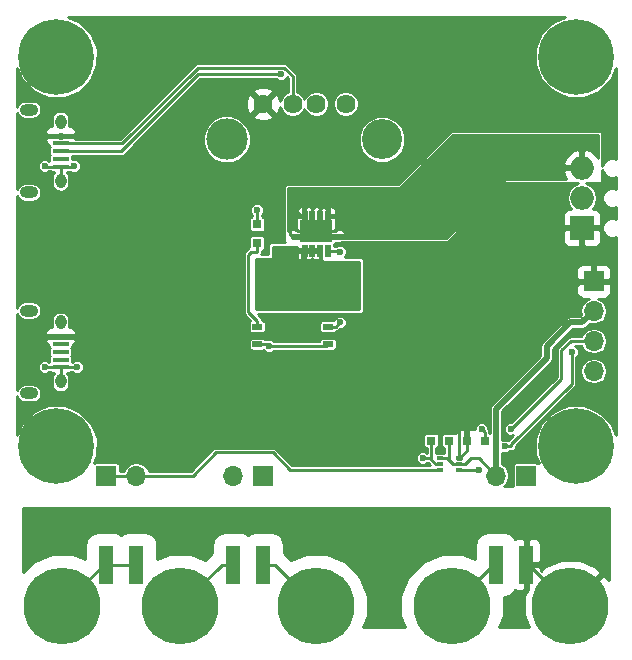
<source format=gbr>
G04 #@! TF.FileFunction,Copper,L1,Top,Signal*
%FSLAX46Y46*%
G04 Gerber Fmt 4.6, Leading zero omitted, Abs format (unit mm)*
G04 Created by KiCad (PCBNEW 4.0.7) date Sunday, 24 March 2019 'PMt' 22:49:59*
%MOMM*%
%LPD*%
G01*
G04 APERTURE LIST*
%ADD10C,0.100000*%
%ADD11R,1.350000X0.400000*%
%ADD12O,0.950000X1.250000*%
%ADD13O,1.550000X1.000000*%
%ADD14R,1.700000X1.700000*%
%ADD15O,1.700000X1.700000*%
%ADD16R,0.900000X0.500000*%
%ADD17C,6.500000*%
%ADD18C,1.620000*%
%ADD19C,3.500000*%
%ADD20C,3.400000*%
%ADD21R,0.470000X1.000000*%
%ADD22R,2.700000X1.850000*%
%ADD23R,1.000000X0.470000*%
%ADD24R,0.800000X0.800000*%
%ADD25O,1.998980X1.998980*%
%ADD26R,1.998980X1.998980*%
%ADD27R,1.270000X3.180000*%
%ADD28C,6.400000*%
%ADD29R,0.800000X0.750000*%
%ADD30R,0.503200X0.300000*%
%ADD31C,0.600000*%
%ADD32C,0.250000*%
%ADD33C,0.500000*%
%ADD34C,0.254000*%
G04 APERTURE END LIST*
D10*
D11*
X74350000Y-85700000D03*
X74350000Y-86350000D03*
X74350000Y-87000000D03*
X74350000Y-87650000D03*
X74350000Y-88300000D03*
D12*
X74350000Y-84500000D03*
X74350000Y-89500000D03*
D13*
X71650000Y-83500000D03*
X71650000Y-90500000D03*
D11*
X74350000Y-102700000D03*
X74350000Y-103350000D03*
X74350000Y-104000000D03*
X74350000Y-104650000D03*
X74350000Y-105300000D03*
D12*
X74350000Y-101500000D03*
X74350000Y-106500000D03*
D13*
X71650000Y-100500000D03*
X71650000Y-107500000D03*
D14*
X119500000Y-98000000D03*
D15*
X119500000Y-100540000D03*
X119500000Y-103080000D03*
X119500000Y-105620000D03*
D16*
X91000000Y-103350000D03*
X91000000Y-101850000D03*
X97000000Y-103350000D03*
X97000000Y-101850000D03*
D17*
X96000000Y-125500000D03*
X107500000Y-125500000D03*
X117500000Y-125500000D03*
X84500000Y-125500000D03*
X74500000Y-125500000D03*
D18*
X91500000Y-83000000D03*
X94000000Y-83000000D03*
X96000000Y-83000000D03*
X98500000Y-83000000D03*
D19*
X88430000Y-86000000D03*
D20*
X101570000Y-86000000D03*
D21*
X96975000Y-95450000D03*
X95675000Y-95450000D03*
X96325000Y-95450000D03*
X95025000Y-95450000D03*
X96325000Y-92550000D03*
X96975000Y-92550000D03*
X95675000Y-92550000D03*
X95025000Y-92550000D03*
D22*
X96000000Y-93725000D03*
D23*
X94476000Y-94254000D03*
X97524000Y-94254000D03*
D24*
X91000000Y-94800000D03*
X91000000Y-93200000D03*
D25*
X118500000Y-88420000D03*
D26*
X118500000Y-93500000D03*
D25*
X118500000Y-90960000D03*
D27*
X78230000Y-122000000D03*
X80770000Y-122000000D03*
X88980000Y-122000000D03*
X91520000Y-122000000D03*
X111230000Y-122000000D03*
X113770000Y-122000000D03*
D14*
X78230000Y-114475000D03*
D15*
X80770000Y-114475000D03*
D14*
X91520000Y-114475000D03*
D15*
X88980000Y-114475000D03*
D14*
X113770000Y-114475000D03*
D15*
X111230000Y-114475000D03*
D28*
X118000000Y-112000000D03*
X74000000Y-79000000D03*
X74000000Y-112000000D03*
X118000000Y-79000000D03*
D29*
X105750000Y-111500000D03*
X107250000Y-111500000D03*
X110250000Y-111500000D03*
X108750000Y-111500000D03*
D30*
X106500000Y-113000000D03*
X106500000Y-113499999D03*
X106500000Y-113999998D03*
X108103202Y-113999998D03*
X108103202Y-113499999D03*
X108103202Y-113000000D03*
D31*
X93500000Y-96000000D03*
X99000000Y-100000000D03*
X91250000Y-100000000D03*
X94250000Y-100000000D03*
X92750000Y-100000000D03*
X92000000Y-99250000D03*
X93500000Y-99250000D03*
X94250000Y-98500000D03*
X92750000Y-98500000D03*
X91250000Y-98500000D03*
X91250000Y-97000000D03*
X92000000Y-97750000D03*
X97250000Y-100000000D03*
X95750000Y-100000000D03*
X95000000Y-99250000D03*
X95750000Y-98500000D03*
X96500000Y-99250000D03*
X97250000Y-98500000D03*
X99000000Y-99250000D03*
X99000000Y-98500000D03*
X99000000Y-97000000D03*
X99000000Y-97750000D03*
X97250000Y-97000000D03*
X93500000Y-97750000D03*
X95000000Y-97750000D03*
X96500000Y-97750000D03*
X92750000Y-97000000D03*
X94250000Y-97000000D03*
X95750000Y-97000000D03*
X95000000Y-96000000D03*
X110000000Y-110500000D03*
X105000000Y-113000000D03*
X73000000Y-105250000D03*
X75750000Y-105250000D03*
X73000000Y-88250000D03*
X75500000Y-88250000D03*
X91000000Y-92000000D03*
X93000000Y-80500000D03*
X112500000Y-110500000D03*
X92000000Y-103500000D03*
X98000000Y-101500000D03*
X98000000Y-95500000D03*
X112000000Y-112000000D03*
X112000000Y-112000000D03*
X109816568Y-114000000D03*
X117629416Y-104000000D03*
D32*
X91000000Y-101850000D02*
X91000000Y-101350000D01*
X91000000Y-95450000D02*
X91000000Y-94800000D01*
X90950000Y-95500000D02*
X91000000Y-95450000D01*
X90500000Y-95500000D02*
X90950000Y-95500000D01*
X90250000Y-95750000D02*
X90500000Y-95500000D01*
X90250000Y-100600000D02*
X90250000Y-95750000D01*
X91000000Y-101350000D02*
X90250000Y-100600000D01*
X95750000Y-98500000D02*
X94250000Y-98500000D01*
X94250000Y-100000000D02*
X94250000Y-98500000D01*
X92750000Y-100000000D02*
X94250000Y-100000000D01*
X91250000Y-100000000D02*
X92750000Y-100000000D01*
X91250000Y-100000000D02*
X91549999Y-99700001D01*
X91549999Y-99549999D02*
X91250000Y-99250000D01*
X91549999Y-99700001D02*
X91549999Y-99549999D01*
X91250000Y-97000000D02*
X91250000Y-98500000D01*
X92750000Y-99250000D02*
X92000000Y-99250000D01*
X93500000Y-98500000D02*
X92750000Y-98500000D01*
X92750000Y-97000000D02*
X93500000Y-97000000D01*
X93500000Y-96250000D02*
X93500000Y-97000000D01*
X99000000Y-99250000D02*
X99000000Y-100000000D01*
X91250000Y-98500000D02*
X91250000Y-99250000D01*
X94250000Y-100000000D02*
X95000000Y-100000000D01*
X92750000Y-100000000D02*
X93500000Y-100000000D01*
X92000000Y-99250000D02*
X92000000Y-100000000D01*
X93500000Y-99250000D02*
X92750000Y-99250000D01*
X93500000Y-98500000D02*
X94250000Y-98500000D01*
X92000000Y-98500000D02*
X92750000Y-98500000D01*
X91250000Y-98500000D02*
X92000000Y-98500000D01*
X92000000Y-97000000D02*
X91250000Y-97000000D01*
X92000000Y-97750000D02*
X91250000Y-97750000D01*
X92750000Y-97750000D02*
X92000000Y-97750000D01*
X92750000Y-97000000D02*
X92000000Y-97000000D01*
X97250000Y-99250000D02*
X97250000Y-100000000D01*
X96500000Y-99250000D02*
X96500000Y-100000000D01*
X95750000Y-99250000D02*
X95750000Y-100000000D01*
X95000000Y-99250000D02*
X95000000Y-100000000D01*
X95750000Y-99250000D02*
X95000000Y-99250000D01*
X95750000Y-98500000D02*
X95000000Y-98500000D01*
X96500000Y-99250000D02*
X95750000Y-99250000D01*
X96500000Y-98500000D02*
X95750000Y-98500000D01*
X96500000Y-98500000D02*
X96500000Y-99250000D01*
X97250000Y-98500000D02*
X96500000Y-98500000D01*
X97250000Y-99250000D02*
X97250000Y-98500000D01*
X99000000Y-99250000D02*
X97250000Y-99250000D01*
X99000000Y-98500000D02*
X99000000Y-99250000D01*
X99000000Y-97750000D02*
X99000000Y-98500000D01*
X99000000Y-97750000D02*
X99000000Y-97000000D01*
X97250000Y-97750000D02*
X99000000Y-97750000D01*
X97250000Y-97000000D02*
X97250000Y-97750000D01*
X96500000Y-97000000D02*
X97250000Y-97000000D01*
X92750000Y-97750000D02*
X93500000Y-97750000D01*
X94250000Y-97750000D02*
X93500000Y-97750000D01*
X95000000Y-97750000D02*
X94250000Y-97750000D01*
X95750000Y-97750000D02*
X95000000Y-97750000D01*
X96500000Y-97750000D02*
X95750000Y-97750000D01*
X96500000Y-97000000D02*
X96500000Y-97750000D01*
X92750000Y-96250000D02*
X92750000Y-97000000D01*
X94250000Y-96250000D02*
X94250000Y-97000000D01*
X95000000Y-96250000D02*
X95000000Y-97000000D01*
X95750000Y-96250000D02*
X95750000Y-97000000D01*
X96500000Y-96250000D02*
X96500000Y-97000000D01*
X95750000Y-96250000D02*
X96500000Y-96250000D01*
X95000000Y-96250000D02*
X95750000Y-96250000D01*
X94250000Y-96250000D02*
X95000000Y-96250000D01*
X93500000Y-96250000D02*
X94250000Y-96250000D01*
X92750000Y-96250000D02*
X93500000Y-96250000D01*
X94050000Y-95450000D02*
X93500000Y-96000000D01*
X95025000Y-95450000D02*
X94050000Y-95450000D01*
X95025000Y-95450000D02*
X94300000Y-95450000D01*
X94300000Y-95450000D02*
X94250000Y-95500000D01*
X110250000Y-111500000D02*
X110250000Y-110750000D01*
X110250000Y-110750000D02*
X110000000Y-110500000D01*
X105750000Y-113000000D02*
X105750000Y-112125000D01*
X105750000Y-113150922D02*
X105750000Y-113000000D01*
X105750000Y-113000000D02*
X105000000Y-113000000D01*
X106500000Y-113499999D02*
X106099077Y-113499999D01*
X106099077Y-113499999D02*
X105750000Y-113150922D01*
X105750000Y-112125000D02*
X105750000Y-111500000D01*
X95675000Y-95450000D02*
X95025000Y-95450000D01*
X96325000Y-95450000D02*
X95675000Y-95450000D01*
X74350000Y-105300000D02*
X73050000Y-105300000D01*
X73050000Y-105300000D02*
X73000000Y-105250000D01*
X74350000Y-105300000D02*
X75700000Y-105300000D01*
X75700000Y-105300000D02*
X75750000Y-105250000D01*
X74350000Y-105300000D02*
X74350000Y-106500000D01*
X74350000Y-88300000D02*
X73050000Y-88300000D01*
X73050000Y-88300000D02*
X73000000Y-88250000D01*
X74350000Y-88300000D02*
X75450000Y-88300000D01*
X75450000Y-88300000D02*
X75500000Y-88250000D01*
X74350000Y-88300000D02*
X74350000Y-89500000D01*
X94250000Y-95500000D02*
X93500000Y-95500000D01*
X95025000Y-95450000D02*
X95025000Y-95475000D01*
X91000000Y-93200000D02*
X91000000Y-92000000D01*
X108750000Y-111500000D02*
X108750000Y-112353202D01*
X108750000Y-112353202D02*
X108103202Y-113000000D01*
X108103202Y-113000000D02*
X108250000Y-113000000D01*
X108103202Y-113000000D02*
X108103202Y-108296798D01*
X109900000Y-106500000D02*
X118400000Y-98000000D01*
X108103202Y-108296798D02*
X109900000Y-106500000D01*
X118400000Y-98000000D02*
X119500000Y-98000000D01*
X86008309Y-79922599D02*
X79580908Y-86350000D01*
X79580908Y-86350000D02*
X74350000Y-86350000D01*
X94000000Y-83000000D02*
X94000000Y-80645446D01*
X94000000Y-80645446D02*
X93277153Y-79922599D01*
X93277153Y-79922599D02*
X86008309Y-79922599D01*
X79500000Y-87000000D02*
X86000000Y-80500000D01*
X86000000Y-80500000D02*
X93000000Y-80500000D01*
X74350000Y-87000000D02*
X79500000Y-87000000D01*
X80770000Y-122000000D02*
X78230000Y-122000000D01*
X74500000Y-125500000D02*
X78000000Y-122000000D01*
X78000000Y-122000000D02*
X78230000Y-122000000D01*
X84500000Y-125500000D02*
X88000000Y-122000000D01*
X88000000Y-122000000D02*
X88980000Y-122000000D01*
X96000000Y-125500000D02*
X92500000Y-122000000D01*
X92500000Y-122000000D02*
X91520000Y-122000000D01*
X107500000Y-125500000D02*
X111000000Y-122000000D01*
X111000000Y-122000000D02*
X111230000Y-122000000D01*
X117500000Y-125500000D02*
X114000000Y-122000000D01*
X114000000Y-122000000D02*
X113770000Y-122000000D01*
X112500000Y-110500000D02*
X116747475Y-106252525D01*
X116747475Y-106252525D02*
X116747475Y-103861617D01*
X116747475Y-103861617D02*
X117529092Y-103080000D01*
X117529092Y-103080000D02*
X119500000Y-103080000D01*
X92000000Y-103500000D02*
X96000000Y-103500000D01*
X96000000Y-103500000D02*
X96850000Y-103500000D01*
X96850000Y-103500000D02*
X97000000Y-103350000D01*
X91000000Y-103350000D02*
X91850000Y-103350000D01*
X91850000Y-103350000D02*
X92000000Y-103500000D01*
X109755000Y-113000000D02*
X111230000Y-114475000D01*
X109104801Y-113000000D02*
X109755000Y-113000000D01*
X108103202Y-113499999D02*
X108604802Y-113499999D01*
X108604802Y-113499999D02*
X109104801Y-113000000D01*
X107250000Y-113148397D02*
X107101603Y-113000000D01*
X107101603Y-113000000D02*
X106500000Y-113000000D01*
X107250000Y-111500000D02*
X107250000Y-113148397D01*
X107250000Y-113148397D02*
X107601602Y-113499999D01*
X107601602Y-113499999D02*
X108103202Y-113499999D01*
D33*
X117500000Y-101500000D02*
X118540000Y-101500000D01*
X111230000Y-114475000D02*
X111230000Y-108810000D01*
X115500000Y-104540000D02*
X115500000Y-103500000D01*
X111230000Y-108810000D02*
X115500000Y-104540000D01*
X115500000Y-103500000D02*
X117500000Y-101500000D01*
X118540000Y-101500000D02*
X119500000Y-100540000D01*
D32*
X97000000Y-101850000D02*
X97650000Y-101850000D01*
X97650000Y-101850000D02*
X98000000Y-101500000D01*
X96975000Y-95450000D02*
X97950000Y-95450000D01*
X97950000Y-95450000D02*
X98000000Y-95500000D01*
X97000000Y-95475000D02*
X96975000Y-95450000D01*
X94476000Y-94254000D02*
X93976000Y-94254000D01*
X93976000Y-94254000D02*
X93750000Y-94028000D01*
X93750000Y-94028000D02*
X93750000Y-92750000D01*
X93750000Y-92750000D02*
X93950000Y-92550000D01*
X93950000Y-92550000D02*
X95025000Y-92550000D01*
X97950000Y-92550000D02*
X97250000Y-92550000D01*
X97250000Y-92550000D02*
X96975000Y-92550000D01*
X98500000Y-93000000D02*
X98050000Y-92550000D01*
X98050000Y-92550000D02*
X97250000Y-92550000D01*
X98500000Y-94000000D02*
X98500000Y-93000000D01*
X98250000Y-94250000D02*
X98500000Y-94000000D01*
X97543000Y-94250000D02*
X98250000Y-94250000D01*
X97524000Y-94254000D02*
X97539000Y-94254000D01*
X97539000Y-94254000D02*
X97543000Y-94250000D01*
X96750000Y-91750000D02*
X96975000Y-91975000D01*
X96975000Y-91975000D02*
X96975000Y-92550000D01*
X96500000Y-91750000D02*
X96750000Y-91750000D01*
X96275000Y-91975000D02*
X96500000Y-91750000D01*
X96250000Y-91975000D02*
X96275000Y-91975000D01*
X96325000Y-92550000D02*
X96325000Y-92050000D01*
X96325000Y-92050000D02*
X96250000Y-91975000D01*
X95025000Y-92550000D02*
X95025000Y-92535000D01*
X95025000Y-92535000D02*
X95000000Y-92510000D01*
X95000000Y-92510000D02*
X95000000Y-91750000D01*
X95000000Y-91750000D02*
X95250000Y-91500000D01*
X95250000Y-91500000D02*
X95500000Y-91500000D01*
X95500000Y-91500000D02*
X95675000Y-91675000D01*
X95675000Y-91675000D02*
X95675000Y-92550000D01*
X98000000Y-92500000D02*
X97950000Y-92550000D01*
X98000000Y-93325000D02*
X98000000Y-92500000D01*
X96000000Y-93725000D02*
X97600000Y-93725000D01*
X97600000Y-93725000D02*
X98000000Y-93325000D01*
X94500000Y-92250000D02*
X94500000Y-92510000D01*
X94500000Y-92510000D02*
X94540000Y-92550000D01*
X94540000Y-92550000D02*
X95025000Y-92550000D01*
X94250000Y-92500000D02*
X94500000Y-92250000D01*
X94250000Y-93575000D02*
X94250000Y-92500000D01*
X96000000Y-93725000D02*
X94400000Y-93725000D01*
X94400000Y-93725000D02*
X94250000Y-93575000D01*
X92305678Y-112500000D02*
X93805678Y-114000000D01*
X106398398Y-114000000D02*
X105000000Y-114000000D01*
X93805678Y-114000000D02*
X105000000Y-114000000D01*
X106500000Y-113999998D02*
X106398400Y-113999998D01*
X106398400Y-113999998D02*
X106398398Y-114000000D01*
X80770000Y-114475000D02*
X85525000Y-114475000D01*
X85525000Y-114475000D02*
X87500000Y-112500000D01*
X87500000Y-112500000D02*
X92305678Y-112500000D01*
X78230000Y-114475000D02*
X79330000Y-114475000D01*
X79330000Y-114475000D02*
X80770000Y-114475000D01*
X112500000Y-112000000D02*
X112000000Y-112000000D01*
X112500000Y-112000000D02*
X112500000Y-111816567D01*
X112500000Y-111816567D02*
X117629416Y-106687151D01*
X117629416Y-106687151D02*
X117629416Y-104000000D01*
X108103202Y-113999998D02*
X109500000Y-113999998D01*
X109500000Y-113999998D02*
X109500002Y-114000000D01*
X109816568Y-114000000D02*
X109500002Y-114000000D01*
D34*
G36*
X116031653Y-76048589D02*
X115052029Y-77026505D01*
X114521206Y-78304868D01*
X114519998Y-79689059D01*
X115048589Y-80968347D01*
X116026505Y-81947971D01*
X117304868Y-82478794D01*
X118689059Y-82480002D01*
X119968347Y-81951411D01*
X120947971Y-80973495D01*
X121373000Y-79949912D01*
X121373000Y-87660212D01*
X121205702Y-87590744D01*
X120875746Y-87590456D01*
X120570796Y-87716459D01*
X120337279Y-87949569D01*
X120227000Y-88215149D01*
X120227000Y-85500000D01*
X120211476Y-85417495D01*
X120162715Y-85341720D01*
X120088316Y-85290884D01*
X120000000Y-85273000D01*
X107500000Y-85273000D01*
X107414582Y-85289684D01*
X107339487Y-85339487D01*
X102905974Y-89773000D01*
X93500000Y-89773000D01*
X93417495Y-89788524D01*
X93341720Y-89837285D01*
X93290884Y-89911684D01*
X93273000Y-90000000D01*
X93273000Y-94500000D01*
X93288524Y-94582505D01*
X93337285Y-94658280D01*
X93358828Y-94673000D01*
X92250000Y-94673000D01*
X92131149Y-94695363D01*
X92021992Y-94765604D01*
X91948763Y-94872779D01*
X91923000Y-95000000D01*
X91923000Y-95673000D01*
X91328019Y-95673000D01*
X91373617Y-95604757D01*
X91397463Y-95484873D01*
X91400000Y-95484873D01*
X91503539Y-95465391D01*
X91598634Y-95404199D01*
X91662429Y-95310832D01*
X91684873Y-95200000D01*
X91684873Y-94400000D01*
X91665391Y-94296461D01*
X91604199Y-94201366D01*
X91510832Y-94137571D01*
X91400000Y-94115127D01*
X90600000Y-94115127D01*
X90496461Y-94134609D01*
X90401366Y-94195801D01*
X90337571Y-94289168D01*
X90315127Y-94400000D01*
X90315127Y-95146505D01*
X90214046Y-95214046D01*
X89964046Y-95464046D01*
X89876383Y-95595243D01*
X89845600Y-95750000D01*
X89845600Y-100600000D01*
X89876383Y-100754757D01*
X89964046Y-100885954D01*
X90425919Y-101347827D01*
X90351366Y-101395801D01*
X90287571Y-101489168D01*
X90265127Y-101600000D01*
X90265127Y-102100000D01*
X90284609Y-102203539D01*
X90345801Y-102298634D01*
X90439168Y-102362429D01*
X90550000Y-102384873D01*
X91450000Y-102384873D01*
X91553539Y-102365391D01*
X91648634Y-102304199D01*
X91712429Y-102210832D01*
X91734873Y-102100000D01*
X91734873Y-101600000D01*
X96265127Y-101600000D01*
X96265127Y-102100000D01*
X96284609Y-102203539D01*
X96345801Y-102298634D01*
X96439168Y-102362429D01*
X96550000Y-102384873D01*
X97450000Y-102384873D01*
X97553539Y-102365391D01*
X97648634Y-102304199D01*
X97687797Y-102246882D01*
X97804757Y-102223617D01*
X97935954Y-102135954D01*
X97992515Y-102079393D01*
X98114744Y-102079500D01*
X98327775Y-101991478D01*
X98490905Y-101828632D01*
X98579299Y-101615755D01*
X98579500Y-101385256D01*
X98491478Y-101172225D01*
X98328632Y-101009095D01*
X98115755Y-100920701D01*
X97885256Y-100920500D01*
X97672225Y-101008522D01*
X97509095Y-101171368D01*
X97449401Y-101315127D01*
X96550000Y-101315127D01*
X96446461Y-101334609D01*
X96351366Y-101395801D01*
X96287571Y-101489168D01*
X96265127Y-101600000D01*
X91734873Y-101600000D01*
X91715391Y-101496461D01*
X91654199Y-101401366D01*
X91560832Y-101337571D01*
X91450000Y-101315127D01*
X91397463Y-101315127D01*
X91373617Y-101195243D01*
X91373617Y-101195242D01*
X91285954Y-101064046D01*
X91048908Y-100827000D01*
X99750000Y-100827000D01*
X99868851Y-100804637D01*
X99978008Y-100734396D01*
X100051237Y-100627221D01*
X100077000Y-100500000D01*
X100077000Y-97023690D01*
X118015000Y-97023690D01*
X118015000Y-97714250D01*
X118173750Y-97873000D01*
X119373000Y-97873000D01*
X119373000Y-96673750D01*
X119627000Y-96673750D01*
X119627000Y-97873000D01*
X120826250Y-97873000D01*
X120985000Y-97714250D01*
X120985000Y-97023690D01*
X120888327Y-96790301D01*
X120709698Y-96611673D01*
X120476309Y-96515000D01*
X119785750Y-96515000D01*
X119627000Y-96673750D01*
X119373000Y-96673750D01*
X119214250Y-96515000D01*
X118523691Y-96515000D01*
X118290302Y-96611673D01*
X118111673Y-96790301D01*
X118015000Y-97023690D01*
X100077000Y-97023690D01*
X100077000Y-96250000D01*
X100054637Y-96131149D01*
X99984396Y-96021992D01*
X99877221Y-95948763D01*
X99750000Y-95923000D01*
X98396372Y-95923000D01*
X98490905Y-95828632D01*
X98579299Y-95615755D01*
X98579500Y-95385256D01*
X98491478Y-95172225D01*
X98328632Y-95009095D01*
X98115755Y-94920701D01*
X97885256Y-94920500D01*
X97672225Y-95008522D01*
X97635082Y-95045600D01*
X97494873Y-95045600D01*
X97494873Y-94950000D01*
X97484600Y-94895404D01*
X97548634Y-94854199D01*
X97603518Y-94773873D01*
X98024000Y-94773873D01*
X98127539Y-94754391D01*
X98170106Y-94727000D01*
X107000000Y-94727000D01*
X107085418Y-94710316D01*
X107160513Y-94660513D01*
X108035276Y-93785750D01*
X116865510Y-93785750D01*
X116865510Y-94625799D01*
X116962183Y-94859188D01*
X117140811Y-95037817D01*
X117374200Y-95134490D01*
X118214250Y-95134490D01*
X118373000Y-94975740D01*
X118373000Y-93627000D01*
X118627000Y-93627000D01*
X118627000Y-94975740D01*
X118785750Y-95134490D01*
X119625800Y-95134490D01*
X119859189Y-95037817D01*
X120037817Y-94859188D01*
X120134490Y-94625799D01*
X120134490Y-93785750D01*
X119975740Y-93627000D01*
X118627000Y-93627000D01*
X118373000Y-93627000D01*
X117024260Y-93627000D01*
X116865510Y-93785750D01*
X108035276Y-93785750D01*
X112094026Y-89727000D01*
X118143336Y-89727000D01*
X118010590Y-89753405D01*
X117595688Y-90030633D01*
X117318460Y-90445535D01*
X117221110Y-90934945D01*
X117221110Y-90985055D01*
X117318460Y-91474465D01*
X117579747Y-91865510D01*
X117374200Y-91865510D01*
X117140811Y-91962183D01*
X116962183Y-92140812D01*
X116865510Y-92374201D01*
X116865510Y-93214250D01*
X117024260Y-93373000D01*
X118373000Y-93373000D01*
X118373000Y-93353000D01*
X118627000Y-93353000D01*
X118627000Y-93373000D01*
X119975740Y-93373000D01*
X120134490Y-93214250D01*
X120134490Y-92374201D01*
X120037817Y-92140812D01*
X119859189Y-91962183D01*
X119625800Y-91865510D01*
X119420253Y-91865510D01*
X119681540Y-91474465D01*
X119778890Y-90985055D01*
X119778890Y-90934945D01*
X119681540Y-90445535D01*
X119404312Y-90030633D01*
X118989410Y-89753405D01*
X118856664Y-89727000D01*
X120000000Y-89727000D01*
X120082505Y-89711476D01*
X120158280Y-89662715D01*
X120209116Y-89588316D01*
X120227000Y-89500000D01*
X120227000Y-88624293D01*
X120336459Y-88889204D01*
X120569569Y-89122721D01*
X120874298Y-89249256D01*
X121204254Y-89249544D01*
X121373000Y-89179819D01*
X121373000Y-90200212D01*
X121205702Y-90130744D01*
X120875746Y-90130456D01*
X120570796Y-90256459D01*
X120337279Y-90489569D01*
X120210744Y-90794298D01*
X120210456Y-91124254D01*
X120336459Y-91429204D01*
X120569569Y-91662721D01*
X120874298Y-91789256D01*
X121204254Y-91789544D01*
X121373000Y-91719819D01*
X121373000Y-92740212D01*
X121205702Y-92670744D01*
X120875746Y-92670456D01*
X120570796Y-92796459D01*
X120337279Y-93029569D01*
X120210744Y-93334298D01*
X120210456Y-93664254D01*
X120336459Y-93969204D01*
X120569569Y-94202721D01*
X120874298Y-94329256D01*
X121204254Y-94329544D01*
X121373000Y-94259819D01*
X121373000Y-111051976D01*
X120951411Y-110031653D01*
X119973495Y-109052029D01*
X118695132Y-108521206D01*
X117310941Y-108519998D01*
X116031653Y-109048589D01*
X115052029Y-110026505D01*
X114521206Y-111304868D01*
X114519998Y-112689059D01*
X114825451Y-113428311D01*
X114824199Y-113426366D01*
X114730832Y-113362571D01*
X114620000Y-113340127D01*
X112920000Y-113340127D01*
X112816461Y-113359609D01*
X112721366Y-113420801D01*
X112657571Y-113514168D01*
X112635127Y-113625000D01*
X112635127Y-115325000D01*
X112644159Y-115373000D01*
X111912967Y-115373000D01*
X112028606Y-115295732D01*
X112273430Y-114929329D01*
X112359400Y-114497126D01*
X112359400Y-114452874D01*
X112273430Y-114020671D01*
X112028606Y-113654268D01*
X111759400Y-113474389D01*
X111759400Y-112527459D01*
X111884245Y-112579299D01*
X112114744Y-112579500D01*
X112327775Y-112491478D01*
X112415005Y-112404400D01*
X112500000Y-112404400D01*
X112654757Y-112373617D01*
X112785954Y-112285954D01*
X112873617Y-112154757D01*
X112904400Y-112000000D01*
X112904400Y-111984075D01*
X117915370Y-106973105D01*
X118003033Y-106841908D01*
X118033816Y-106687151D01*
X118033816Y-105620000D01*
X118348474Y-105620000D01*
X118434444Y-106052203D01*
X118679268Y-106418606D01*
X119045671Y-106663430D01*
X119477874Y-106749400D01*
X119522126Y-106749400D01*
X119954329Y-106663430D01*
X120320732Y-106418606D01*
X120565556Y-106052203D01*
X120651526Y-105620000D01*
X120565556Y-105187797D01*
X120320732Y-104821394D01*
X119954329Y-104576570D01*
X119522126Y-104490600D01*
X119477874Y-104490600D01*
X119045671Y-104576570D01*
X118679268Y-104821394D01*
X118434444Y-105187797D01*
X118348474Y-105620000D01*
X118033816Y-105620000D01*
X118033816Y-104414986D01*
X118120321Y-104328632D01*
X118208715Y-104115755D01*
X118208916Y-103885256D01*
X118120894Y-103672225D01*
X117958048Y-103509095D01*
X117898576Y-103484400D01*
X118428914Y-103484400D01*
X118434444Y-103512203D01*
X118679268Y-103878606D01*
X119045671Y-104123430D01*
X119477874Y-104209400D01*
X119522126Y-104209400D01*
X119954329Y-104123430D01*
X120320732Y-103878606D01*
X120565556Y-103512203D01*
X120651526Y-103080000D01*
X120565556Y-102647797D01*
X120320732Y-102281394D01*
X119954329Y-102036570D01*
X119522126Y-101950600D01*
X119477874Y-101950600D01*
X119045671Y-102036570D01*
X118679268Y-102281394D01*
X118434444Y-102647797D01*
X118428914Y-102675600D01*
X117529092Y-102675600D01*
X117374334Y-102706383D01*
X117243138Y-102794046D01*
X116461521Y-103575663D01*
X116373858Y-103706860D01*
X116343075Y-103861617D01*
X116343075Y-106085017D01*
X112507485Y-109920607D01*
X112385256Y-109920500D01*
X112172225Y-110008522D01*
X112009095Y-110171368D01*
X111920701Y-110384245D01*
X111920500Y-110614744D01*
X112008522Y-110827775D01*
X112171368Y-110990905D01*
X112384245Y-111079299D01*
X112614744Y-111079500D01*
X112700657Y-111044002D01*
X112262870Y-111481789D01*
X112115755Y-111420701D01*
X111885256Y-111420500D01*
X111759400Y-111472502D01*
X111759400Y-109029284D01*
X115874342Y-104914342D01*
X115886865Y-104895600D01*
X115989102Y-104742593D01*
X116029400Y-104540000D01*
X116029400Y-103719284D01*
X117719284Y-102029400D01*
X118540000Y-102029400D01*
X118742593Y-101989102D01*
X118914342Y-101874342D01*
X119178778Y-101609906D01*
X119477874Y-101669400D01*
X119522126Y-101669400D01*
X119954329Y-101583430D01*
X120320732Y-101338606D01*
X120565556Y-100972203D01*
X120651526Y-100540000D01*
X120565556Y-100107797D01*
X120320732Y-99741394D01*
X119954329Y-99496570D01*
X119896162Y-99485000D01*
X120476309Y-99485000D01*
X120709698Y-99388327D01*
X120888327Y-99209699D01*
X120985000Y-98976310D01*
X120985000Y-98285750D01*
X120826250Y-98127000D01*
X119627000Y-98127000D01*
X119627000Y-98147000D01*
X119373000Y-98147000D01*
X119373000Y-98127000D01*
X118173750Y-98127000D01*
X118015000Y-98285750D01*
X118015000Y-98976310D01*
X118111673Y-99209699D01*
X118290302Y-99388327D01*
X118523691Y-99485000D01*
X119103838Y-99485000D01*
X119045671Y-99496570D01*
X118679268Y-99741394D01*
X118434444Y-100107797D01*
X118348474Y-100540000D01*
X118415309Y-100876007D01*
X118320716Y-100970600D01*
X117500000Y-100970600D01*
X117297407Y-101010898D01*
X117125658Y-101125658D01*
X115125658Y-103125658D01*
X115010898Y-103297407D01*
X114970600Y-103500000D01*
X114970600Y-104320716D01*
X110855658Y-108435658D01*
X110740898Y-108607407D01*
X110700600Y-108810000D01*
X110700600Y-110850374D01*
X110654400Y-110841018D01*
X110654400Y-110750000D01*
X110623617Y-110595243D01*
X110623617Y-110595242D01*
X110579375Y-110529029D01*
X110579500Y-110385256D01*
X110491478Y-110172225D01*
X110328632Y-110009095D01*
X110115755Y-109920701D01*
X109885256Y-109920500D01*
X109672225Y-110008522D01*
X109509095Y-110171368D01*
X109420701Y-110384245D01*
X109420557Y-110549749D01*
X109276309Y-110490000D01*
X109035750Y-110490000D01*
X108877000Y-110648750D01*
X108877000Y-111373000D01*
X108897000Y-111373000D01*
X108897000Y-111627000D01*
X108877000Y-111627000D01*
X108877000Y-111647000D01*
X108623000Y-111647000D01*
X108623000Y-111627000D01*
X108603000Y-111627000D01*
X108603000Y-111373000D01*
X108623000Y-111373000D01*
X108623000Y-110648750D01*
X108464250Y-110490000D01*
X108223691Y-110490000D01*
X107990302Y-110586673D01*
X107811673Y-110765301D01*
X107769055Y-110868190D01*
X107760832Y-110862571D01*
X107650000Y-110840127D01*
X106850000Y-110840127D01*
X106746461Y-110859609D01*
X106651366Y-110920801D01*
X106587571Y-111014168D01*
X106565127Y-111125000D01*
X106565127Y-111875000D01*
X106584609Y-111978539D01*
X106645801Y-112073634D01*
X106739168Y-112137429D01*
X106845600Y-112158982D01*
X106845600Y-112584162D01*
X106751600Y-112565127D01*
X106248400Y-112565127D01*
X106154400Y-112582814D01*
X106154400Y-112159045D01*
X106253539Y-112140391D01*
X106348634Y-112079199D01*
X106412429Y-111985832D01*
X106434873Y-111875000D01*
X106434873Y-111125000D01*
X106415391Y-111021461D01*
X106354199Y-110926366D01*
X106260832Y-110862571D01*
X106150000Y-110840127D01*
X105350000Y-110840127D01*
X105246461Y-110859609D01*
X105151366Y-110920801D01*
X105087571Y-111014168D01*
X105065127Y-111125000D01*
X105065127Y-111875000D01*
X105084609Y-111978539D01*
X105145801Y-112073634D01*
X105239168Y-112137429D01*
X105345600Y-112158982D01*
X105345600Y-112526093D01*
X105328632Y-112509095D01*
X105115755Y-112420701D01*
X104885256Y-112420500D01*
X104672225Y-112508522D01*
X104509095Y-112671368D01*
X104420701Y-112884245D01*
X104420500Y-113114744D01*
X104508522Y-113327775D01*
X104671368Y-113490905D01*
X104884245Y-113579299D01*
X105114744Y-113579500D01*
X105327775Y-113491478D01*
X105415005Y-113404400D01*
X105442346Y-113404400D01*
X105464046Y-113436876D01*
X105622770Y-113595600D01*
X93973186Y-113595600D01*
X92591632Y-112214046D01*
X92460435Y-112126383D01*
X92305678Y-112095600D01*
X87500000Y-112095600D01*
X87345243Y-112126383D01*
X87214046Y-112214046D01*
X85357492Y-114070600D01*
X81823361Y-114070600D01*
X81813430Y-114020671D01*
X81568606Y-113654268D01*
X81202203Y-113409444D01*
X80770000Y-113323474D01*
X80337797Y-113409444D01*
X79971394Y-113654268D01*
X79726570Y-114020671D01*
X79716639Y-114070600D01*
X79364873Y-114070600D01*
X79364873Y-113625000D01*
X79345391Y-113521461D01*
X79284199Y-113426366D01*
X79190832Y-113362571D01*
X79080000Y-113340127D01*
X77380000Y-113340127D01*
X77276461Y-113359609D01*
X77181366Y-113420801D01*
X77171434Y-113435337D01*
X77478794Y-112695132D01*
X77480002Y-111310941D01*
X76951411Y-110031653D01*
X75973495Y-109052029D01*
X74695132Y-108521206D01*
X73310941Y-108519998D01*
X72031653Y-109048589D01*
X71052029Y-110026505D01*
X70627000Y-111050088D01*
X70627000Y-107761709D01*
X70634271Y-107798263D01*
X70803224Y-108051119D01*
X71056080Y-108220072D01*
X71354343Y-108279400D01*
X71945657Y-108279400D01*
X72243920Y-108220072D01*
X72496776Y-108051119D01*
X72665729Y-107798263D01*
X72725057Y-107500000D01*
X72665729Y-107201737D01*
X72496776Y-106948881D01*
X72243920Y-106779928D01*
X71945657Y-106720600D01*
X71354343Y-106720600D01*
X71056080Y-106779928D01*
X70803224Y-106948881D01*
X70634271Y-107201737D01*
X70627000Y-107238291D01*
X70627000Y-105364744D01*
X72420500Y-105364744D01*
X72508522Y-105577775D01*
X72671368Y-105740905D01*
X72884245Y-105829299D01*
X73114744Y-105829500D01*
X73327775Y-105741478D01*
X73364918Y-105704400D01*
X73479240Y-105704400D01*
X73564168Y-105762429D01*
X73675000Y-105784873D01*
X73837464Y-105784873D01*
X73816559Y-105798841D01*
X73653025Y-106043586D01*
X73595600Y-106332282D01*
X73595600Y-106667718D01*
X73653025Y-106956414D01*
X73816559Y-107201159D01*
X74061304Y-107364693D01*
X74350000Y-107422118D01*
X74638696Y-107364693D01*
X74883441Y-107201159D01*
X75046975Y-106956414D01*
X75104400Y-106667718D01*
X75104400Y-106332282D01*
X75046975Y-106043586D01*
X74883441Y-105798841D01*
X74862536Y-105784873D01*
X75025000Y-105784873D01*
X75128539Y-105765391D01*
X75223322Y-105704400D01*
X75384927Y-105704400D01*
X75421368Y-105740905D01*
X75634245Y-105829299D01*
X75864744Y-105829500D01*
X76077775Y-105741478D01*
X76240905Y-105578632D01*
X76329299Y-105365755D01*
X76329500Y-105135256D01*
X76241478Y-104922225D01*
X76078632Y-104759095D01*
X75865755Y-104670701D01*
X75635256Y-104670500D01*
X75422225Y-104758522D01*
X75304625Y-104875918D01*
X75309873Y-104850000D01*
X75309873Y-104450000D01*
X75290391Y-104346461D01*
X75277147Y-104325880D01*
X75287429Y-104310832D01*
X75309873Y-104200000D01*
X75309873Y-103800000D01*
X75290391Y-103696461D01*
X75277147Y-103675880D01*
X75287429Y-103660832D01*
X75309873Y-103550000D01*
X75309873Y-103469321D01*
X75384698Y-103438327D01*
X75563327Y-103259699D01*
X75629476Y-103100000D01*
X90265127Y-103100000D01*
X90265127Y-103600000D01*
X90284609Y-103703539D01*
X90345801Y-103798634D01*
X90439168Y-103862429D01*
X90550000Y-103884873D01*
X91450000Y-103884873D01*
X91547253Y-103866574D01*
X91671368Y-103990905D01*
X91884245Y-104079299D01*
X92114744Y-104079500D01*
X92327775Y-103991478D01*
X92415005Y-103904400D01*
X96850000Y-103904400D01*
X96948169Y-103884873D01*
X97450000Y-103884873D01*
X97553539Y-103865391D01*
X97648634Y-103804199D01*
X97712429Y-103710832D01*
X97734873Y-103600000D01*
X97734873Y-103100000D01*
X97715391Y-102996461D01*
X97654199Y-102901366D01*
X97560832Y-102837571D01*
X97450000Y-102815127D01*
X96550000Y-102815127D01*
X96446461Y-102834609D01*
X96351366Y-102895801D01*
X96287571Y-102989168D01*
X96266018Y-103095600D01*
X92414986Y-103095600D01*
X92328632Y-103009095D01*
X92115755Y-102920701D01*
X91885256Y-102920500D01*
X91824509Y-102945600D01*
X91682663Y-102945600D01*
X91654199Y-102901366D01*
X91560832Y-102837571D01*
X91450000Y-102815127D01*
X90550000Y-102815127D01*
X90446461Y-102834609D01*
X90351366Y-102895801D01*
X90287571Y-102989168D01*
X90265127Y-103100000D01*
X75629476Y-103100000D01*
X75660000Y-103026310D01*
X75660000Y-102958750D01*
X75501250Y-102800000D01*
X74477000Y-102800000D01*
X74477000Y-102847000D01*
X74223000Y-102847000D01*
X74223000Y-102800000D01*
X73198750Y-102800000D01*
X73040000Y-102958750D01*
X73040000Y-103026310D01*
X73136673Y-103259699D01*
X73315302Y-103438327D01*
X73390127Y-103469321D01*
X73390127Y-103550000D01*
X73409609Y-103653539D01*
X73422853Y-103674120D01*
X73412571Y-103689168D01*
X73390127Y-103800000D01*
X73390127Y-104200000D01*
X73409609Y-104303539D01*
X73422853Y-104324120D01*
X73412571Y-104339168D01*
X73390127Y-104450000D01*
X73390127Y-104820697D01*
X73328632Y-104759095D01*
X73115755Y-104670701D01*
X72885256Y-104670500D01*
X72672225Y-104758522D01*
X72509095Y-104921368D01*
X72420701Y-105134245D01*
X72420500Y-105364744D01*
X70627000Y-105364744D01*
X70627000Y-102373690D01*
X73040000Y-102373690D01*
X73040000Y-102441250D01*
X73198750Y-102600000D01*
X74223000Y-102600000D01*
X74223000Y-102553000D01*
X74477000Y-102553000D01*
X74477000Y-102600000D01*
X75501250Y-102600000D01*
X75660000Y-102441250D01*
X75660000Y-102373690D01*
X75563327Y-102140301D01*
X75384698Y-101961673D01*
X75151309Y-101865000D01*
X75065158Y-101865000D01*
X75104400Y-101667718D01*
X75104400Y-101332282D01*
X75046975Y-101043586D01*
X74883441Y-100798841D01*
X74638696Y-100635307D01*
X74350000Y-100577882D01*
X74061304Y-100635307D01*
X73816559Y-100798841D01*
X73653025Y-101043586D01*
X73595600Y-101332282D01*
X73595600Y-101667718D01*
X73634842Y-101865000D01*
X73548691Y-101865000D01*
X73315302Y-101961673D01*
X73136673Y-102140301D01*
X73040000Y-102373690D01*
X70627000Y-102373690D01*
X70627000Y-100761709D01*
X70634271Y-100798263D01*
X70803224Y-101051119D01*
X71056080Y-101220072D01*
X71354343Y-101279400D01*
X71945657Y-101279400D01*
X72243920Y-101220072D01*
X72496776Y-101051119D01*
X72665729Y-100798263D01*
X72725057Y-100500000D01*
X72665729Y-100201737D01*
X72496776Y-99948881D01*
X72243920Y-99779928D01*
X71945657Y-99720600D01*
X71354343Y-99720600D01*
X71056080Y-99779928D01*
X70803224Y-99948881D01*
X70634271Y-100201737D01*
X70627000Y-100238291D01*
X70627000Y-92800000D01*
X90315127Y-92800000D01*
X90315127Y-93600000D01*
X90334609Y-93703539D01*
X90395801Y-93798634D01*
X90489168Y-93862429D01*
X90600000Y-93884873D01*
X91400000Y-93884873D01*
X91503539Y-93865391D01*
X91598634Y-93804199D01*
X91662429Y-93710832D01*
X91684873Y-93600000D01*
X91684873Y-92800000D01*
X91665391Y-92696461D01*
X91604199Y-92601366D01*
X91510832Y-92537571D01*
X91404400Y-92516018D01*
X91404400Y-92414986D01*
X91490905Y-92328632D01*
X91579299Y-92115755D01*
X91579500Y-91885256D01*
X91491478Y-91672225D01*
X91328632Y-91509095D01*
X91115755Y-91420701D01*
X90885256Y-91420500D01*
X90672225Y-91508522D01*
X90509095Y-91671368D01*
X90420701Y-91884245D01*
X90420500Y-92114744D01*
X90508522Y-92327775D01*
X90595600Y-92415005D01*
X90595600Y-92515955D01*
X90496461Y-92534609D01*
X90401366Y-92595801D01*
X90337571Y-92689168D01*
X90315127Y-92800000D01*
X70627000Y-92800000D01*
X70627000Y-90761709D01*
X70634271Y-90798263D01*
X70803224Y-91051119D01*
X71056080Y-91220072D01*
X71354343Y-91279400D01*
X71945657Y-91279400D01*
X72243920Y-91220072D01*
X72496776Y-91051119D01*
X72665729Y-90798263D01*
X72725057Y-90500000D01*
X72665729Y-90201737D01*
X72496776Y-89948881D01*
X72243920Y-89779928D01*
X71945657Y-89720600D01*
X71354343Y-89720600D01*
X71056080Y-89779928D01*
X70803224Y-89948881D01*
X70634271Y-90201737D01*
X70627000Y-90238291D01*
X70627000Y-88364744D01*
X72420500Y-88364744D01*
X72508522Y-88577775D01*
X72671368Y-88740905D01*
X72884245Y-88829299D01*
X73114744Y-88829500D01*
X73327775Y-88741478D01*
X73364918Y-88704400D01*
X73479240Y-88704400D01*
X73564168Y-88762429D01*
X73675000Y-88784873D01*
X73837464Y-88784873D01*
X73816559Y-88798841D01*
X73653025Y-89043586D01*
X73595600Y-89332282D01*
X73595600Y-89667718D01*
X73653025Y-89956414D01*
X73816559Y-90201159D01*
X74061304Y-90364693D01*
X74350000Y-90422118D01*
X74638696Y-90364693D01*
X74883441Y-90201159D01*
X75046975Y-89956414D01*
X75104400Y-89667718D01*
X75104400Y-89332282D01*
X75046975Y-89043586D01*
X74883441Y-88798841D01*
X74862536Y-88784873D01*
X75025000Y-88784873D01*
X75128539Y-88765391D01*
X75169500Y-88739033D01*
X75171368Y-88740905D01*
X75384245Y-88829299D01*
X75614744Y-88829500D01*
X75827775Y-88741478D01*
X75990905Y-88578632D01*
X76079299Y-88365755D01*
X76079500Y-88135256D01*
X75991478Y-87922225D01*
X75828632Y-87759095D01*
X75615755Y-87670701D01*
X75385256Y-87670500D01*
X75309873Y-87701647D01*
X75309873Y-87450000D01*
X75301293Y-87404400D01*
X79500000Y-87404400D01*
X79654757Y-87373617D01*
X79785954Y-87285954D01*
X80670006Y-86401902D01*
X86400249Y-86401902D01*
X86708555Y-87148061D01*
X87278936Y-87719438D01*
X88024556Y-88029047D01*
X88831902Y-88029751D01*
X89578061Y-87721445D01*
X90149438Y-87151064D01*
X90459047Y-86405444D01*
X90459058Y-86392000D01*
X99590257Y-86392000D01*
X99890968Y-87119775D01*
X100447296Y-87677075D01*
X101174546Y-87979056D01*
X101962000Y-87979743D01*
X102689775Y-87679032D01*
X103247075Y-87122704D01*
X103549056Y-86395454D01*
X103549743Y-85608000D01*
X103249032Y-84880225D01*
X102692704Y-84322925D01*
X101965454Y-84020944D01*
X101178000Y-84020257D01*
X100450225Y-84320968D01*
X99892925Y-84877296D01*
X99590944Y-85604546D01*
X99590257Y-86392000D01*
X90459058Y-86392000D01*
X90459751Y-85598098D01*
X90151445Y-84851939D01*
X89581064Y-84280562D01*
X88941492Y-84014988D01*
X90664617Y-84014988D01*
X90739980Y-84262144D01*
X91280834Y-84456916D01*
X91855055Y-84429886D01*
X92260020Y-84262144D01*
X92335383Y-84014988D01*
X91500000Y-83179605D01*
X90664617Y-84014988D01*
X88941492Y-84014988D01*
X88835444Y-83970953D01*
X88028098Y-83970249D01*
X87281939Y-84278555D01*
X86710562Y-84848936D01*
X86400953Y-85594556D01*
X86400249Y-86401902D01*
X80670006Y-86401902D01*
X84291074Y-82780834D01*
X90043084Y-82780834D01*
X90070114Y-83355055D01*
X90237856Y-83760020D01*
X90485012Y-83835383D01*
X91320395Y-83000000D01*
X90485012Y-82164617D01*
X90237856Y-82239980D01*
X90043084Y-82780834D01*
X84291074Y-82780834D01*
X85086896Y-81985012D01*
X90664617Y-81985012D01*
X91500000Y-82820395D01*
X92335383Y-81985012D01*
X92260020Y-81737856D01*
X91719166Y-81543084D01*
X91144945Y-81570114D01*
X90739980Y-81737856D01*
X90664617Y-81985012D01*
X85086896Y-81985012D01*
X86167508Y-80904400D01*
X92585014Y-80904400D01*
X92671368Y-80990905D01*
X92884245Y-81079299D01*
X93114744Y-81079500D01*
X93327775Y-80991478D01*
X93490905Y-80828632D01*
X93526223Y-80743577D01*
X93595600Y-80812954D01*
X93595600Y-81988362D01*
X93383710Y-82075913D01*
X93076990Y-82382099D01*
X92933751Y-82727055D01*
X92929886Y-82644945D01*
X92762144Y-82239980D01*
X92514988Y-82164617D01*
X91679605Y-83000000D01*
X92514988Y-83835383D01*
X92762144Y-83760020D01*
X92935918Y-83277475D01*
X93075913Y-83616290D01*
X93382099Y-83923010D01*
X93782354Y-84089211D01*
X94215744Y-84089589D01*
X94616290Y-83924087D01*
X94923010Y-83617901D01*
X94999984Y-83432528D01*
X95075913Y-83616290D01*
X95382099Y-83923010D01*
X95782354Y-84089211D01*
X96215744Y-84089589D01*
X96616290Y-83924087D01*
X96923010Y-83617901D01*
X97089211Y-83217646D01*
X97089212Y-83215744D01*
X97410411Y-83215744D01*
X97575913Y-83616290D01*
X97882099Y-83923010D01*
X98282354Y-84089211D01*
X98715744Y-84089589D01*
X99116290Y-83924087D01*
X99423010Y-83617901D01*
X99589211Y-83217646D01*
X99589589Y-82784256D01*
X99424087Y-82383710D01*
X99117901Y-82076990D01*
X98717646Y-81910789D01*
X98284256Y-81910411D01*
X97883710Y-82075913D01*
X97576990Y-82382099D01*
X97410789Y-82782354D01*
X97410411Y-83215744D01*
X97089212Y-83215744D01*
X97089589Y-82784256D01*
X96924087Y-82383710D01*
X96617901Y-82076990D01*
X96217646Y-81910789D01*
X95784256Y-81910411D01*
X95383710Y-82075913D01*
X95076990Y-82382099D01*
X95000016Y-82567472D01*
X94924087Y-82383710D01*
X94617901Y-82076990D01*
X94404400Y-81988336D01*
X94404400Y-80645446D01*
X94373617Y-80490689D01*
X94285954Y-80359492D01*
X93563107Y-79636645D01*
X93431910Y-79548982D01*
X93277153Y-79518199D01*
X86008309Y-79518199D01*
X85853552Y-79548982D01*
X85722355Y-79636645D01*
X79413400Y-85945600D01*
X75646850Y-85945600D01*
X75501250Y-85800000D01*
X74477000Y-85800000D01*
X74477000Y-85847000D01*
X74223000Y-85847000D01*
X74223000Y-85800000D01*
X73198750Y-85800000D01*
X73040000Y-85958750D01*
X73040000Y-86026310D01*
X73136673Y-86259699D01*
X73315302Y-86438327D01*
X73390127Y-86469321D01*
X73390127Y-86550000D01*
X73409609Y-86653539D01*
X73422853Y-86674120D01*
X73412571Y-86689168D01*
X73390127Y-86800000D01*
X73390127Y-87200000D01*
X73409609Y-87303539D01*
X73422853Y-87324120D01*
X73412571Y-87339168D01*
X73390127Y-87450000D01*
X73390127Y-87820697D01*
X73328632Y-87759095D01*
X73115755Y-87670701D01*
X72885256Y-87670500D01*
X72672225Y-87758522D01*
X72509095Y-87921368D01*
X72420701Y-88134245D01*
X72420500Y-88364744D01*
X70627000Y-88364744D01*
X70627000Y-85373690D01*
X73040000Y-85373690D01*
X73040000Y-85441250D01*
X73198750Y-85600000D01*
X74223000Y-85600000D01*
X74223000Y-85553000D01*
X74477000Y-85553000D01*
X74477000Y-85600000D01*
X75501250Y-85600000D01*
X75660000Y-85441250D01*
X75660000Y-85373690D01*
X75563327Y-85140301D01*
X75384698Y-84961673D01*
X75151309Y-84865000D01*
X75065158Y-84865000D01*
X75104400Y-84667718D01*
X75104400Y-84332282D01*
X75046975Y-84043586D01*
X74883441Y-83798841D01*
X74638696Y-83635307D01*
X74350000Y-83577882D01*
X74061304Y-83635307D01*
X73816559Y-83798841D01*
X73653025Y-84043586D01*
X73595600Y-84332282D01*
X73595600Y-84667718D01*
X73634842Y-84865000D01*
X73548691Y-84865000D01*
X73315302Y-84961673D01*
X73136673Y-85140301D01*
X73040000Y-85373690D01*
X70627000Y-85373690D01*
X70627000Y-83761709D01*
X70634271Y-83798263D01*
X70803224Y-84051119D01*
X71056080Y-84220072D01*
X71354343Y-84279400D01*
X71945657Y-84279400D01*
X72243920Y-84220072D01*
X72496776Y-84051119D01*
X72665729Y-83798263D01*
X72725057Y-83500000D01*
X72665729Y-83201737D01*
X72496776Y-82948881D01*
X72243920Y-82779928D01*
X71945657Y-82720600D01*
X71354343Y-82720600D01*
X71056080Y-82779928D01*
X70803224Y-82948881D01*
X70634271Y-83201737D01*
X70627000Y-83238291D01*
X70627000Y-79948024D01*
X71048589Y-80968347D01*
X72026505Y-81947971D01*
X73304868Y-82478794D01*
X74689059Y-82480002D01*
X75968347Y-81951411D01*
X76947971Y-80973495D01*
X77478794Y-79695132D01*
X77480002Y-78310941D01*
X76951411Y-77031653D01*
X75973495Y-76052029D01*
X74949912Y-75627000D01*
X117051976Y-75627000D01*
X116031653Y-76048589D01*
X116031653Y-76048589D01*
G37*
X116031653Y-76048589D02*
X115052029Y-77026505D01*
X114521206Y-78304868D01*
X114519998Y-79689059D01*
X115048589Y-80968347D01*
X116026505Y-81947971D01*
X117304868Y-82478794D01*
X118689059Y-82480002D01*
X119968347Y-81951411D01*
X120947971Y-80973495D01*
X121373000Y-79949912D01*
X121373000Y-87660212D01*
X121205702Y-87590744D01*
X120875746Y-87590456D01*
X120570796Y-87716459D01*
X120337279Y-87949569D01*
X120227000Y-88215149D01*
X120227000Y-85500000D01*
X120211476Y-85417495D01*
X120162715Y-85341720D01*
X120088316Y-85290884D01*
X120000000Y-85273000D01*
X107500000Y-85273000D01*
X107414582Y-85289684D01*
X107339487Y-85339487D01*
X102905974Y-89773000D01*
X93500000Y-89773000D01*
X93417495Y-89788524D01*
X93341720Y-89837285D01*
X93290884Y-89911684D01*
X93273000Y-90000000D01*
X93273000Y-94500000D01*
X93288524Y-94582505D01*
X93337285Y-94658280D01*
X93358828Y-94673000D01*
X92250000Y-94673000D01*
X92131149Y-94695363D01*
X92021992Y-94765604D01*
X91948763Y-94872779D01*
X91923000Y-95000000D01*
X91923000Y-95673000D01*
X91328019Y-95673000D01*
X91373617Y-95604757D01*
X91397463Y-95484873D01*
X91400000Y-95484873D01*
X91503539Y-95465391D01*
X91598634Y-95404199D01*
X91662429Y-95310832D01*
X91684873Y-95200000D01*
X91684873Y-94400000D01*
X91665391Y-94296461D01*
X91604199Y-94201366D01*
X91510832Y-94137571D01*
X91400000Y-94115127D01*
X90600000Y-94115127D01*
X90496461Y-94134609D01*
X90401366Y-94195801D01*
X90337571Y-94289168D01*
X90315127Y-94400000D01*
X90315127Y-95146505D01*
X90214046Y-95214046D01*
X89964046Y-95464046D01*
X89876383Y-95595243D01*
X89845600Y-95750000D01*
X89845600Y-100600000D01*
X89876383Y-100754757D01*
X89964046Y-100885954D01*
X90425919Y-101347827D01*
X90351366Y-101395801D01*
X90287571Y-101489168D01*
X90265127Y-101600000D01*
X90265127Y-102100000D01*
X90284609Y-102203539D01*
X90345801Y-102298634D01*
X90439168Y-102362429D01*
X90550000Y-102384873D01*
X91450000Y-102384873D01*
X91553539Y-102365391D01*
X91648634Y-102304199D01*
X91712429Y-102210832D01*
X91734873Y-102100000D01*
X91734873Y-101600000D01*
X96265127Y-101600000D01*
X96265127Y-102100000D01*
X96284609Y-102203539D01*
X96345801Y-102298634D01*
X96439168Y-102362429D01*
X96550000Y-102384873D01*
X97450000Y-102384873D01*
X97553539Y-102365391D01*
X97648634Y-102304199D01*
X97687797Y-102246882D01*
X97804757Y-102223617D01*
X97935954Y-102135954D01*
X97992515Y-102079393D01*
X98114744Y-102079500D01*
X98327775Y-101991478D01*
X98490905Y-101828632D01*
X98579299Y-101615755D01*
X98579500Y-101385256D01*
X98491478Y-101172225D01*
X98328632Y-101009095D01*
X98115755Y-100920701D01*
X97885256Y-100920500D01*
X97672225Y-101008522D01*
X97509095Y-101171368D01*
X97449401Y-101315127D01*
X96550000Y-101315127D01*
X96446461Y-101334609D01*
X96351366Y-101395801D01*
X96287571Y-101489168D01*
X96265127Y-101600000D01*
X91734873Y-101600000D01*
X91715391Y-101496461D01*
X91654199Y-101401366D01*
X91560832Y-101337571D01*
X91450000Y-101315127D01*
X91397463Y-101315127D01*
X91373617Y-101195243D01*
X91373617Y-101195242D01*
X91285954Y-101064046D01*
X91048908Y-100827000D01*
X99750000Y-100827000D01*
X99868851Y-100804637D01*
X99978008Y-100734396D01*
X100051237Y-100627221D01*
X100077000Y-100500000D01*
X100077000Y-97023690D01*
X118015000Y-97023690D01*
X118015000Y-97714250D01*
X118173750Y-97873000D01*
X119373000Y-97873000D01*
X119373000Y-96673750D01*
X119627000Y-96673750D01*
X119627000Y-97873000D01*
X120826250Y-97873000D01*
X120985000Y-97714250D01*
X120985000Y-97023690D01*
X120888327Y-96790301D01*
X120709698Y-96611673D01*
X120476309Y-96515000D01*
X119785750Y-96515000D01*
X119627000Y-96673750D01*
X119373000Y-96673750D01*
X119214250Y-96515000D01*
X118523691Y-96515000D01*
X118290302Y-96611673D01*
X118111673Y-96790301D01*
X118015000Y-97023690D01*
X100077000Y-97023690D01*
X100077000Y-96250000D01*
X100054637Y-96131149D01*
X99984396Y-96021992D01*
X99877221Y-95948763D01*
X99750000Y-95923000D01*
X98396372Y-95923000D01*
X98490905Y-95828632D01*
X98579299Y-95615755D01*
X98579500Y-95385256D01*
X98491478Y-95172225D01*
X98328632Y-95009095D01*
X98115755Y-94920701D01*
X97885256Y-94920500D01*
X97672225Y-95008522D01*
X97635082Y-95045600D01*
X97494873Y-95045600D01*
X97494873Y-94950000D01*
X97484600Y-94895404D01*
X97548634Y-94854199D01*
X97603518Y-94773873D01*
X98024000Y-94773873D01*
X98127539Y-94754391D01*
X98170106Y-94727000D01*
X107000000Y-94727000D01*
X107085418Y-94710316D01*
X107160513Y-94660513D01*
X108035276Y-93785750D01*
X116865510Y-93785750D01*
X116865510Y-94625799D01*
X116962183Y-94859188D01*
X117140811Y-95037817D01*
X117374200Y-95134490D01*
X118214250Y-95134490D01*
X118373000Y-94975740D01*
X118373000Y-93627000D01*
X118627000Y-93627000D01*
X118627000Y-94975740D01*
X118785750Y-95134490D01*
X119625800Y-95134490D01*
X119859189Y-95037817D01*
X120037817Y-94859188D01*
X120134490Y-94625799D01*
X120134490Y-93785750D01*
X119975740Y-93627000D01*
X118627000Y-93627000D01*
X118373000Y-93627000D01*
X117024260Y-93627000D01*
X116865510Y-93785750D01*
X108035276Y-93785750D01*
X112094026Y-89727000D01*
X118143336Y-89727000D01*
X118010590Y-89753405D01*
X117595688Y-90030633D01*
X117318460Y-90445535D01*
X117221110Y-90934945D01*
X117221110Y-90985055D01*
X117318460Y-91474465D01*
X117579747Y-91865510D01*
X117374200Y-91865510D01*
X117140811Y-91962183D01*
X116962183Y-92140812D01*
X116865510Y-92374201D01*
X116865510Y-93214250D01*
X117024260Y-93373000D01*
X118373000Y-93373000D01*
X118373000Y-93353000D01*
X118627000Y-93353000D01*
X118627000Y-93373000D01*
X119975740Y-93373000D01*
X120134490Y-93214250D01*
X120134490Y-92374201D01*
X120037817Y-92140812D01*
X119859189Y-91962183D01*
X119625800Y-91865510D01*
X119420253Y-91865510D01*
X119681540Y-91474465D01*
X119778890Y-90985055D01*
X119778890Y-90934945D01*
X119681540Y-90445535D01*
X119404312Y-90030633D01*
X118989410Y-89753405D01*
X118856664Y-89727000D01*
X120000000Y-89727000D01*
X120082505Y-89711476D01*
X120158280Y-89662715D01*
X120209116Y-89588316D01*
X120227000Y-89500000D01*
X120227000Y-88624293D01*
X120336459Y-88889204D01*
X120569569Y-89122721D01*
X120874298Y-89249256D01*
X121204254Y-89249544D01*
X121373000Y-89179819D01*
X121373000Y-90200212D01*
X121205702Y-90130744D01*
X120875746Y-90130456D01*
X120570796Y-90256459D01*
X120337279Y-90489569D01*
X120210744Y-90794298D01*
X120210456Y-91124254D01*
X120336459Y-91429204D01*
X120569569Y-91662721D01*
X120874298Y-91789256D01*
X121204254Y-91789544D01*
X121373000Y-91719819D01*
X121373000Y-92740212D01*
X121205702Y-92670744D01*
X120875746Y-92670456D01*
X120570796Y-92796459D01*
X120337279Y-93029569D01*
X120210744Y-93334298D01*
X120210456Y-93664254D01*
X120336459Y-93969204D01*
X120569569Y-94202721D01*
X120874298Y-94329256D01*
X121204254Y-94329544D01*
X121373000Y-94259819D01*
X121373000Y-111051976D01*
X120951411Y-110031653D01*
X119973495Y-109052029D01*
X118695132Y-108521206D01*
X117310941Y-108519998D01*
X116031653Y-109048589D01*
X115052029Y-110026505D01*
X114521206Y-111304868D01*
X114519998Y-112689059D01*
X114825451Y-113428311D01*
X114824199Y-113426366D01*
X114730832Y-113362571D01*
X114620000Y-113340127D01*
X112920000Y-113340127D01*
X112816461Y-113359609D01*
X112721366Y-113420801D01*
X112657571Y-113514168D01*
X112635127Y-113625000D01*
X112635127Y-115325000D01*
X112644159Y-115373000D01*
X111912967Y-115373000D01*
X112028606Y-115295732D01*
X112273430Y-114929329D01*
X112359400Y-114497126D01*
X112359400Y-114452874D01*
X112273430Y-114020671D01*
X112028606Y-113654268D01*
X111759400Y-113474389D01*
X111759400Y-112527459D01*
X111884245Y-112579299D01*
X112114744Y-112579500D01*
X112327775Y-112491478D01*
X112415005Y-112404400D01*
X112500000Y-112404400D01*
X112654757Y-112373617D01*
X112785954Y-112285954D01*
X112873617Y-112154757D01*
X112904400Y-112000000D01*
X112904400Y-111984075D01*
X117915370Y-106973105D01*
X118003033Y-106841908D01*
X118033816Y-106687151D01*
X118033816Y-105620000D01*
X118348474Y-105620000D01*
X118434444Y-106052203D01*
X118679268Y-106418606D01*
X119045671Y-106663430D01*
X119477874Y-106749400D01*
X119522126Y-106749400D01*
X119954329Y-106663430D01*
X120320732Y-106418606D01*
X120565556Y-106052203D01*
X120651526Y-105620000D01*
X120565556Y-105187797D01*
X120320732Y-104821394D01*
X119954329Y-104576570D01*
X119522126Y-104490600D01*
X119477874Y-104490600D01*
X119045671Y-104576570D01*
X118679268Y-104821394D01*
X118434444Y-105187797D01*
X118348474Y-105620000D01*
X118033816Y-105620000D01*
X118033816Y-104414986D01*
X118120321Y-104328632D01*
X118208715Y-104115755D01*
X118208916Y-103885256D01*
X118120894Y-103672225D01*
X117958048Y-103509095D01*
X117898576Y-103484400D01*
X118428914Y-103484400D01*
X118434444Y-103512203D01*
X118679268Y-103878606D01*
X119045671Y-104123430D01*
X119477874Y-104209400D01*
X119522126Y-104209400D01*
X119954329Y-104123430D01*
X120320732Y-103878606D01*
X120565556Y-103512203D01*
X120651526Y-103080000D01*
X120565556Y-102647797D01*
X120320732Y-102281394D01*
X119954329Y-102036570D01*
X119522126Y-101950600D01*
X119477874Y-101950600D01*
X119045671Y-102036570D01*
X118679268Y-102281394D01*
X118434444Y-102647797D01*
X118428914Y-102675600D01*
X117529092Y-102675600D01*
X117374334Y-102706383D01*
X117243138Y-102794046D01*
X116461521Y-103575663D01*
X116373858Y-103706860D01*
X116343075Y-103861617D01*
X116343075Y-106085017D01*
X112507485Y-109920607D01*
X112385256Y-109920500D01*
X112172225Y-110008522D01*
X112009095Y-110171368D01*
X111920701Y-110384245D01*
X111920500Y-110614744D01*
X112008522Y-110827775D01*
X112171368Y-110990905D01*
X112384245Y-111079299D01*
X112614744Y-111079500D01*
X112700657Y-111044002D01*
X112262870Y-111481789D01*
X112115755Y-111420701D01*
X111885256Y-111420500D01*
X111759400Y-111472502D01*
X111759400Y-109029284D01*
X115874342Y-104914342D01*
X115886865Y-104895600D01*
X115989102Y-104742593D01*
X116029400Y-104540000D01*
X116029400Y-103719284D01*
X117719284Y-102029400D01*
X118540000Y-102029400D01*
X118742593Y-101989102D01*
X118914342Y-101874342D01*
X119178778Y-101609906D01*
X119477874Y-101669400D01*
X119522126Y-101669400D01*
X119954329Y-101583430D01*
X120320732Y-101338606D01*
X120565556Y-100972203D01*
X120651526Y-100540000D01*
X120565556Y-100107797D01*
X120320732Y-99741394D01*
X119954329Y-99496570D01*
X119896162Y-99485000D01*
X120476309Y-99485000D01*
X120709698Y-99388327D01*
X120888327Y-99209699D01*
X120985000Y-98976310D01*
X120985000Y-98285750D01*
X120826250Y-98127000D01*
X119627000Y-98127000D01*
X119627000Y-98147000D01*
X119373000Y-98147000D01*
X119373000Y-98127000D01*
X118173750Y-98127000D01*
X118015000Y-98285750D01*
X118015000Y-98976310D01*
X118111673Y-99209699D01*
X118290302Y-99388327D01*
X118523691Y-99485000D01*
X119103838Y-99485000D01*
X119045671Y-99496570D01*
X118679268Y-99741394D01*
X118434444Y-100107797D01*
X118348474Y-100540000D01*
X118415309Y-100876007D01*
X118320716Y-100970600D01*
X117500000Y-100970600D01*
X117297407Y-101010898D01*
X117125658Y-101125658D01*
X115125658Y-103125658D01*
X115010898Y-103297407D01*
X114970600Y-103500000D01*
X114970600Y-104320716D01*
X110855658Y-108435658D01*
X110740898Y-108607407D01*
X110700600Y-108810000D01*
X110700600Y-110850374D01*
X110654400Y-110841018D01*
X110654400Y-110750000D01*
X110623617Y-110595243D01*
X110623617Y-110595242D01*
X110579375Y-110529029D01*
X110579500Y-110385256D01*
X110491478Y-110172225D01*
X110328632Y-110009095D01*
X110115755Y-109920701D01*
X109885256Y-109920500D01*
X109672225Y-110008522D01*
X109509095Y-110171368D01*
X109420701Y-110384245D01*
X109420557Y-110549749D01*
X109276309Y-110490000D01*
X109035750Y-110490000D01*
X108877000Y-110648750D01*
X108877000Y-111373000D01*
X108897000Y-111373000D01*
X108897000Y-111627000D01*
X108877000Y-111627000D01*
X108877000Y-111647000D01*
X108623000Y-111647000D01*
X108623000Y-111627000D01*
X108603000Y-111627000D01*
X108603000Y-111373000D01*
X108623000Y-111373000D01*
X108623000Y-110648750D01*
X108464250Y-110490000D01*
X108223691Y-110490000D01*
X107990302Y-110586673D01*
X107811673Y-110765301D01*
X107769055Y-110868190D01*
X107760832Y-110862571D01*
X107650000Y-110840127D01*
X106850000Y-110840127D01*
X106746461Y-110859609D01*
X106651366Y-110920801D01*
X106587571Y-111014168D01*
X106565127Y-111125000D01*
X106565127Y-111875000D01*
X106584609Y-111978539D01*
X106645801Y-112073634D01*
X106739168Y-112137429D01*
X106845600Y-112158982D01*
X106845600Y-112584162D01*
X106751600Y-112565127D01*
X106248400Y-112565127D01*
X106154400Y-112582814D01*
X106154400Y-112159045D01*
X106253539Y-112140391D01*
X106348634Y-112079199D01*
X106412429Y-111985832D01*
X106434873Y-111875000D01*
X106434873Y-111125000D01*
X106415391Y-111021461D01*
X106354199Y-110926366D01*
X106260832Y-110862571D01*
X106150000Y-110840127D01*
X105350000Y-110840127D01*
X105246461Y-110859609D01*
X105151366Y-110920801D01*
X105087571Y-111014168D01*
X105065127Y-111125000D01*
X105065127Y-111875000D01*
X105084609Y-111978539D01*
X105145801Y-112073634D01*
X105239168Y-112137429D01*
X105345600Y-112158982D01*
X105345600Y-112526093D01*
X105328632Y-112509095D01*
X105115755Y-112420701D01*
X104885256Y-112420500D01*
X104672225Y-112508522D01*
X104509095Y-112671368D01*
X104420701Y-112884245D01*
X104420500Y-113114744D01*
X104508522Y-113327775D01*
X104671368Y-113490905D01*
X104884245Y-113579299D01*
X105114744Y-113579500D01*
X105327775Y-113491478D01*
X105415005Y-113404400D01*
X105442346Y-113404400D01*
X105464046Y-113436876D01*
X105622770Y-113595600D01*
X93973186Y-113595600D01*
X92591632Y-112214046D01*
X92460435Y-112126383D01*
X92305678Y-112095600D01*
X87500000Y-112095600D01*
X87345243Y-112126383D01*
X87214046Y-112214046D01*
X85357492Y-114070600D01*
X81823361Y-114070600D01*
X81813430Y-114020671D01*
X81568606Y-113654268D01*
X81202203Y-113409444D01*
X80770000Y-113323474D01*
X80337797Y-113409444D01*
X79971394Y-113654268D01*
X79726570Y-114020671D01*
X79716639Y-114070600D01*
X79364873Y-114070600D01*
X79364873Y-113625000D01*
X79345391Y-113521461D01*
X79284199Y-113426366D01*
X79190832Y-113362571D01*
X79080000Y-113340127D01*
X77380000Y-113340127D01*
X77276461Y-113359609D01*
X77181366Y-113420801D01*
X77171434Y-113435337D01*
X77478794Y-112695132D01*
X77480002Y-111310941D01*
X76951411Y-110031653D01*
X75973495Y-109052029D01*
X74695132Y-108521206D01*
X73310941Y-108519998D01*
X72031653Y-109048589D01*
X71052029Y-110026505D01*
X70627000Y-111050088D01*
X70627000Y-107761709D01*
X70634271Y-107798263D01*
X70803224Y-108051119D01*
X71056080Y-108220072D01*
X71354343Y-108279400D01*
X71945657Y-108279400D01*
X72243920Y-108220072D01*
X72496776Y-108051119D01*
X72665729Y-107798263D01*
X72725057Y-107500000D01*
X72665729Y-107201737D01*
X72496776Y-106948881D01*
X72243920Y-106779928D01*
X71945657Y-106720600D01*
X71354343Y-106720600D01*
X71056080Y-106779928D01*
X70803224Y-106948881D01*
X70634271Y-107201737D01*
X70627000Y-107238291D01*
X70627000Y-105364744D01*
X72420500Y-105364744D01*
X72508522Y-105577775D01*
X72671368Y-105740905D01*
X72884245Y-105829299D01*
X73114744Y-105829500D01*
X73327775Y-105741478D01*
X73364918Y-105704400D01*
X73479240Y-105704400D01*
X73564168Y-105762429D01*
X73675000Y-105784873D01*
X73837464Y-105784873D01*
X73816559Y-105798841D01*
X73653025Y-106043586D01*
X73595600Y-106332282D01*
X73595600Y-106667718D01*
X73653025Y-106956414D01*
X73816559Y-107201159D01*
X74061304Y-107364693D01*
X74350000Y-107422118D01*
X74638696Y-107364693D01*
X74883441Y-107201159D01*
X75046975Y-106956414D01*
X75104400Y-106667718D01*
X75104400Y-106332282D01*
X75046975Y-106043586D01*
X74883441Y-105798841D01*
X74862536Y-105784873D01*
X75025000Y-105784873D01*
X75128539Y-105765391D01*
X75223322Y-105704400D01*
X75384927Y-105704400D01*
X75421368Y-105740905D01*
X75634245Y-105829299D01*
X75864744Y-105829500D01*
X76077775Y-105741478D01*
X76240905Y-105578632D01*
X76329299Y-105365755D01*
X76329500Y-105135256D01*
X76241478Y-104922225D01*
X76078632Y-104759095D01*
X75865755Y-104670701D01*
X75635256Y-104670500D01*
X75422225Y-104758522D01*
X75304625Y-104875918D01*
X75309873Y-104850000D01*
X75309873Y-104450000D01*
X75290391Y-104346461D01*
X75277147Y-104325880D01*
X75287429Y-104310832D01*
X75309873Y-104200000D01*
X75309873Y-103800000D01*
X75290391Y-103696461D01*
X75277147Y-103675880D01*
X75287429Y-103660832D01*
X75309873Y-103550000D01*
X75309873Y-103469321D01*
X75384698Y-103438327D01*
X75563327Y-103259699D01*
X75629476Y-103100000D01*
X90265127Y-103100000D01*
X90265127Y-103600000D01*
X90284609Y-103703539D01*
X90345801Y-103798634D01*
X90439168Y-103862429D01*
X90550000Y-103884873D01*
X91450000Y-103884873D01*
X91547253Y-103866574D01*
X91671368Y-103990905D01*
X91884245Y-104079299D01*
X92114744Y-104079500D01*
X92327775Y-103991478D01*
X92415005Y-103904400D01*
X96850000Y-103904400D01*
X96948169Y-103884873D01*
X97450000Y-103884873D01*
X97553539Y-103865391D01*
X97648634Y-103804199D01*
X97712429Y-103710832D01*
X97734873Y-103600000D01*
X97734873Y-103100000D01*
X97715391Y-102996461D01*
X97654199Y-102901366D01*
X97560832Y-102837571D01*
X97450000Y-102815127D01*
X96550000Y-102815127D01*
X96446461Y-102834609D01*
X96351366Y-102895801D01*
X96287571Y-102989168D01*
X96266018Y-103095600D01*
X92414986Y-103095600D01*
X92328632Y-103009095D01*
X92115755Y-102920701D01*
X91885256Y-102920500D01*
X91824509Y-102945600D01*
X91682663Y-102945600D01*
X91654199Y-102901366D01*
X91560832Y-102837571D01*
X91450000Y-102815127D01*
X90550000Y-102815127D01*
X90446461Y-102834609D01*
X90351366Y-102895801D01*
X90287571Y-102989168D01*
X90265127Y-103100000D01*
X75629476Y-103100000D01*
X75660000Y-103026310D01*
X75660000Y-102958750D01*
X75501250Y-102800000D01*
X74477000Y-102800000D01*
X74477000Y-102847000D01*
X74223000Y-102847000D01*
X74223000Y-102800000D01*
X73198750Y-102800000D01*
X73040000Y-102958750D01*
X73040000Y-103026310D01*
X73136673Y-103259699D01*
X73315302Y-103438327D01*
X73390127Y-103469321D01*
X73390127Y-103550000D01*
X73409609Y-103653539D01*
X73422853Y-103674120D01*
X73412571Y-103689168D01*
X73390127Y-103800000D01*
X73390127Y-104200000D01*
X73409609Y-104303539D01*
X73422853Y-104324120D01*
X73412571Y-104339168D01*
X73390127Y-104450000D01*
X73390127Y-104820697D01*
X73328632Y-104759095D01*
X73115755Y-104670701D01*
X72885256Y-104670500D01*
X72672225Y-104758522D01*
X72509095Y-104921368D01*
X72420701Y-105134245D01*
X72420500Y-105364744D01*
X70627000Y-105364744D01*
X70627000Y-102373690D01*
X73040000Y-102373690D01*
X73040000Y-102441250D01*
X73198750Y-102600000D01*
X74223000Y-102600000D01*
X74223000Y-102553000D01*
X74477000Y-102553000D01*
X74477000Y-102600000D01*
X75501250Y-102600000D01*
X75660000Y-102441250D01*
X75660000Y-102373690D01*
X75563327Y-102140301D01*
X75384698Y-101961673D01*
X75151309Y-101865000D01*
X75065158Y-101865000D01*
X75104400Y-101667718D01*
X75104400Y-101332282D01*
X75046975Y-101043586D01*
X74883441Y-100798841D01*
X74638696Y-100635307D01*
X74350000Y-100577882D01*
X74061304Y-100635307D01*
X73816559Y-100798841D01*
X73653025Y-101043586D01*
X73595600Y-101332282D01*
X73595600Y-101667718D01*
X73634842Y-101865000D01*
X73548691Y-101865000D01*
X73315302Y-101961673D01*
X73136673Y-102140301D01*
X73040000Y-102373690D01*
X70627000Y-102373690D01*
X70627000Y-100761709D01*
X70634271Y-100798263D01*
X70803224Y-101051119D01*
X71056080Y-101220072D01*
X71354343Y-101279400D01*
X71945657Y-101279400D01*
X72243920Y-101220072D01*
X72496776Y-101051119D01*
X72665729Y-100798263D01*
X72725057Y-100500000D01*
X72665729Y-100201737D01*
X72496776Y-99948881D01*
X72243920Y-99779928D01*
X71945657Y-99720600D01*
X71354343Y-99720600D01*
X71056080Y-99779928D01*
X70803224Y-99948881D01*
X70634271Y-100201737D01*
X70627000Y-100238291D01*
X70627000Y-92800000D01*
X90315127Y-92800000D01*
X90315127Y-93600000D01*
X90334609Y-93703539D01*
X90395801Y-93798634D01*
X90489168Y-93862429D01*
X90600000Y-93884873D01*
X91400000Y-93884873D01*
X91503539Y-93865391D01*
X91598634Y-93804199D01*
X91662429Y-93710832D01*
X91684873Y-93600000D01*
X91684873Y-92800000D01*
X91665391Y-92696461D01*
X91604199Y-92601366D01*
X91510832Y-92537571D01*
X91404400Y-92516018D01*
X91404400Y-92414986D01*
X91490905Y-92328632D01*
X91579299Y-92115755D01*
X91579500Y-91885256D01*
X91491478Y-91672225D01*
X91328632Y-91509095D01*
X91115755Y-91420701D01*
X90885256Y-91420500D01*
X90672225Y-91508522D01*
X90509095Y-91671368D01*
X90420701Y-91884245D01*
X90420500Y-92114744D01*
X90508522Y-92327775D01*
X90595600Y-92415005D01*
X90595600Y-92515955D01*
X90496461Y-92534609D01*
X90401366Y-92595801D01*
X90337571Y-92689168D01*
X90315127Y-92800000D01*
X70627000Y-92800000D01*
X70627000Y-90761709D01*
X70634271Y-90798263D01*
X70803224Y-91051119D01*
X71056080Y-91220072D01*
X71354343Y-91279400D01*
X71945657Y-91279400D01*
X72243920Y-91220072D01*
X72496776Y-91051119D01*
X72665729Y-90798263D01*
X72725057Y-90500000D01*
X72665729Y-90201737D01*
X72496776Y-89948881D01*
X72243920Y-89779928D01*
X71945657Y-89720600D01*
X71354343Y-89720600D01*
X71056080Y-89779928D01*
X70803224Y-89948881D01*
X70634271Y-90201737D01*
X70627000Y-90238291D01*
X70627000Y-88364744D01*
X72420500Y-88364744D01*
X72508522Y-88577775D01*
X72671368Y-88740905D01*
X72884245Y-88829299D01*
X73114744Y-88829500D01*
X73327775Y-88741478D01*
X73364918Y-88704400D01*
X73479240Y-88704400D01*
X73564168Y-88762429D01*
X73675000Y-88784873D01*
X73837464Y-88784873D01*
X73816559Y-88798841D01*
X73653025Y-89043586D01*
X73595600Y-89332282D01*
X73595600Y-89667718D01*
X73653025Y-89956414D01*
X73816559Y-90201159D01*
X74061304Y-90364693D01*
X74350000Y-90422118D01*
X74638696Y-90364693D01*
X74883441Y-90201159D01*
X75046975Y-89956414D01*
X75104400Y-89667718D01*
X75104400Y-89332282D01*
X75046975Y-89043586D01*
X74883441Y-88798841D01*
X74862536Y-88784873D01*
X75025000Y-88784873D01*
X75128539Y-88765391D01*
X75169500Y-88739033D01*
X75171368Y-88740905D01*
X75384245Y-88829299D01*
X75614744Y-88829500D01*
X75827775Y-88741478D01*
X75990905Y-88578632D01*
X76079299Y-88365755D01*
X76079500Y-88135256D01*
X75991478Y-87922225D01*
X75828632Y-87759095D01*
X75615755Y-87670701D01*
X75385256Y-87670500D01*
X75309873Y-87701647D01*
X75309873Y-87450000D01*
X75301293Y-87404400D01*
X79500000Y-87404400D01*
X79654757Y-87373617D01*
X79785954Y-87285954D01*
X80670006Y-86401902D01*
X86400249Y-86401902D01*
X86708555Y-87148061D01*
X87278936Y-87719438D01*
X88024556Y-88029047D01*
X88831902Y-88029751D01*
X89578061Y-87721445D01*
X90149438Y-87151064D01*
X90459047Y-86405444D01*
X90459058Y-86392000D01*
X99590257Y-86392000D01*
X99890968Y-87119775D01*
X100447296Y-87677075D01*
X101174546Y-87979056D01*
X101962000Y-87979743D01*
X102689775Y-87679032D01*
X103247075Y-87122704D01*
X103549056Y-86395454D01*
X103549743Y-85608000D01*
X103249032Y-84880225D01*
X102692704Y-84322925D01*
X101965454Y-84020944D01*
X101178000Y-84020257D01*
X100450225Y-84320968D01*
X99892925Y-84877296D01*
X99590944Y-85604546D01*
X99590257Y-86392000D01*
X90459058Y-86392000D01*
X90459751Y-85598098D01*
X90151445Y-84851939D01*
X89581064Y-84280562D01*
X88941492Y-84014988D01*
X90664617Y-84014988D01*
X90739980Y-84262144D01*
X91280834Y-84456916D01*
X91855055Y-84429886D01*
X92260020Y-84262144D01*
X92335383Y-84014988D01*
X91500000Y-83179605D01*
X90664617Y-84014988D01*
X88941492Y-84014988D01*
X88835444Y-83970953D01*
X88028098Y-83970249D01*
X87281939Y-84278555D01*
X86710562Y-84848936D01*
X86400953Y-85594556D01*
X86400249Y-86401902D01*
X80670006Y-86401902D01*
X84291074Y-82780834D01*
X90043084Y-82780834D01*
X90070114Y-83355055D01*
X90237856Y-83760020D01*
X90485012Y-83835383D01*
X91320395Y-83000000D01*
X90485012Y-82164617D01*
X90237856Y-82239980D01*
X90043084Y-82780834D01*
X84291074Y-82780834D01*
X85086896Y-81985012D01*
X90664617Y-81985012D01*
X91500000Y-82820395D01*
X92335383Y-81985012D01*
X92260020Y-81737856D01*
X91719166Y-81543084D01*
X91144945Y-81570114D01*
X90739980Y-81737856D01*
X90664617Y-81985012D01*
X85086896Y-81985012D01*
X86167508Y-80904400D01*
X92585014Y-80904400D01*
X92671368Y-80990905D01*
X92884245Y-81079299D01*
X93114744Y-81079500D01*
X93327775Y-80991478D01*
X93490905Y-80828632D01*
X93526223Y-80743577D01*
X93595600Y-80812954D01*
X93595600Y-81988362D01*
X93383710Y-82075913D01*
X93076990Y-82382099D01*
X92933751Y-82727055D01*
X92929886Y-82644945D01*
X92762144Y-82239980D01*
X92514988Y-82164617D01*
X91679605Y-83000000D01*
X92514988Y-83835383D01*
X92762144Y-83760020D01*
X92935918Y-83277475D01*
X93075913Y-83616290D01*
X93382099Y-83923010D01*
X93782354Y-84089211D01*
X94215744Y-84089589D01*
X94616290Y-83924087D01*
X94923010Y-83617901D01*
X94999984Y-83432528D01*
X95075913Y-83616290D01*
X95382099Y-83923010D01*
X95782354Y-84089211D01*
X96215744Y-84089589D01*
X96616290Y-83924087D01*
X96923010Y-83617901D01*
X97089211Y-83217646D01*
X97089212Y-83215744D01*
X97410411Y-83215744D01*
X97575913Y-83616290D01*
X97882099Y-83923010D01*
X98282354Y-84089211D01*
X98715744Y-84089589D01*
X99116290Y-83924087D01*
X99423010Y-83617901D01*
X99589211Y-83217646D01*
X99589589Y-82784256D01*
X99424087Y-82383710D01*
X99117901Y-82076990D01*
X98717646Y-81910789D01*
X98284256Y-81910411D01*
X97883710Y-82075913D01*
X97576990Y-82382099D01*
X97410789Y-82782354D01*
X97410411Y-83215744D01*
X97089212Y-83215744D01*
X97089589Y-82784256D01*
X96924087Y-82383710D01*
X96617901Y-82076990D01*
X96217646Y-81910789D01*
X95784256Y-81910411D01*
X95383710Y-82075913D01*
X95076990Y-82382099D01*
X95000016Y-82567472D01*
X94924087Y-82383710D01*
X94617901Y-82076990D01*
X94404400Y-81988336D01*
X94404400Y-80645446D01*
X94373617Y-80490689D01*
X94285954Y-80359492D01*
X93563107Y-79636645D01*
X93431910Y-79548982D01*
X93277153Y-79518199D01*
X86008309Y-79518199D01*
X85853552Y-79548982D01*
X85722355Y-79636645D01*
X79413400Y-85945600D01*
X75646850Y-85945600D01*
X75501250Y-85800000D01*
X74477000Y-85800000D01*
X74477000Y-85847000D01*
X74223000Y-85847000D01*
X74223000Y-85800000D01*
X73198750Y-85800000D01*
X73040000Y-85958750D01*
X73040000Y-86026310D01*
X73136673Y-86259699D01*
X73315302Y-86438327D01*
X73390127Y-86469321D01*
X73390127Y-86550000D01*
X73409609Y-86653539D01*
X73422853Y-86674120D01*
X73412571Y-86689168D01*
X73390127Y-86800000D01*
X73390127Y-87200000D01*
X73409609Y-87303539D01*
X73422853Y-87324120D01*
X73412571Y-87339168D01*
X73390127Y-87450000D01*
X73390127Y-87820697D01*
X73328632Y-87759095D01*
X73115755Y-87670701D01*
X72885256Y-87670500D01*
X72672225Y-87758522D01*
X72509095Y-87921368D01*
X72420701Y-88134245D01*
X72420500Y-88364744D01*
X70627000Y-88364744D01*
X70627000Y-85373690D01*
X73040000Y-85373690D01*
X73040000Y-85441250D01*
X73198750Y-85600000D01*
X74223000Y-85600000D01*
X74223000Y-85553000D01*
X74477000Y-85553000D01*
X74477000Y-85600000D01*
X75501250Y-85600000D01*
X75660000Y-85441250D01*
X75660000Y-85373690D01*
X75563327Y-85140301D01*
X75384698Y-84961673D01*
X75151309Y-84865000D01*
X75065158Y-84865000D01*
X75104400Y-84667718D01*
X75104400Y-84332282D01*
X75046975Y-84043586D01*
X74883441Y-83798841D01*
X74638696Y-83635307D01*
X74350000Y-83577882D01*
X74061304Y-83635307D01*
X73816559Y-83798841D01*
X73653025Y-84043586D01*
X73595600Y-84332282D01*
X73595600Y-84667718D01*
X73634842Y-84865000D01*
X73548691Y-84865000D01*
X73315302Y-84961673D01*
X73136673Y-85140301D01*
X73040000Y-85373690D01*
X70627000Y-85373690D01*
X70627000Y-83761709D01*
X70634271Y-83798263D01*
X70803224Y-84051119D01*
X71056080Y-84220072D01*
X71354343Y-84279400D01*
X71945657Y-84279400D01*
X72243920Y-84220072D01*
X72496776Y-84051119D01*
X72665729Y-83798263D01*
X72725057Y-83500000D01*
X72665729Y-83201737D01*
X72496776Y-82948881D01*
X72243920Y-82779928D01*
X71945657Y-82720600D01*
X71354343Y-82720600D01*
X71056080Y-82779928D01*
X70803224Y-82948881D01*
X70634271Y-83201737D01*
X70627000Y-83238291D01*
X70627000Y-79948024D01*
X71048589Y-80968347D01*
X72026505Y-81947971D01*
X73304868Y-82478794D01*
X74689059Y-82480002D01*
X75968347Y-81951411D01*
X76947971Y-80973495D01*
X77478794Y-79695132D01*
X77480002Y-78310941D01*
X76951411Y-77031653D01*
X75973495Y-76052029D01*
X74949912Y-75627000D01*
X117051976Y-75627000D01*
X116031653Y-76048589D01*
G36*
X108229002Y-112925000D02*
X108250202Y-112925000D01*
X108250202Y-113065126D01*
X107956202Y-113065126D01*
X107956202Y-112925000D01*
X107977402Y-112925000D01*
X107977402Y-112853000D01*
X108229002Y-112853000D01*
X108229002Y-112925000D01*
X108229002Y-112925000D01*
G37*
X108229002Y-112925000D02*
X108250202Y-112925000D01*
X108250202Y-113065126D01*
X107956202Y-113065126D01*
X107956202Y-112925000D01*
X107977402Y-112925000D01*
X107977402Y-112853000D01*
X108229002Y-112853000D01*
X108229002Y-112925000D01*
G36*
X119873000Y-87568802D02*
X119823068Y-87460274D01*
X119355084Y-87027013D01*
X118880354Y-86830381D01*
X118627000Y-86949735D01*
X118627000Y-88293000D01*
X118647000Y-88293000D01*
X118647000Y-88547000D01*
X118627000Y-88547000D01*
X118627000Y-88567000D01*
X118373000Y-88567000D01*
X118373000Y-88547000D01*
X117029193Y-88547000D01*
X116910373Y-88800355D01*
X117173837Y-89373000D01*
X112000000Y-89373000D01*
X111950590Y-89383006D01*
X111910197Y-89410197D01*
X106947394Y-94373000D01*
X98345750Y-94373000D01*
X98344250Y-94371500D01*
X97677000Y-94371500D01*
X97677000Y-94136500D01*
X98344250Y-94136500D01*
X98451000Y-94029750D01*
X98451000Y-93934065D01*
X98385993Y-93777124D01*
X98265876Y-93657007D01*
X98108936Y-93592000D01*
X97757750Y-93592000D01*
X97677000Y-93672750D01*
X97677000Y-93597998D01*
X97651002Y-93597998D01*
X97651002Y-93592000D01*
X97601250Y-93592000D01*
X97677000Y-93516250D01*
X97677000Y-92734955D01*
X97627217Y-92614769D01*
X97535230Y-92522783D01*
X97415044Y-92473000D01*
X96987000Y-92473000D01*
X96987000Y-92422998D01*
X96880252Y-92422998D01*
X96987000Y-92316250D01*
X96987000Y-91965064D01*
X96921993Y-91808124D01*
X96857500Y-91743631D01*
X96857500Y-91729750D01*
X97092500Y-91729750D01*
X97092500Y-92423000D01*
X97530250Y-92423000D01*
X97637000Y-92316250D01*
X97637000Y-91965064D01*
X97571993Y-91808124D01*
X97451876Y-91688007D01*
X97294935Y-91623000D01*
X97199250Y-91623000D01*
X97092500Y-91729750D01*
X96857500Y-91729750D01*
X96750750Y-91623000D01*
X96655065Y-91623000D01*
X96650000Y-91625098D01*
X96644935Y-91623000D01*
X96549250Y-91623000D01*
X96442500Y-91729750D01*
X96442500Y-91743631D01*
X96378007Y-91808124D01*
X96325000Y-91936094D01*
X96271993Y-91808124D01*
X96207500Y-91743631D01*
X96207500Y-91729750D01*
X96100750Y-91623000D01*
X96005065Y-91623000D01*
X96000000Y-91625098D01*
X95994935Y-91623000D01*
X95899250Y-91623000D01*
X95792500Y-91729750D01*
X95792500Y-91743631D01*
X95728007Y-91808124D01*
X95675000Y-91936094D01*
X95621993Y-91808124D01*
X95557500Y-91743631D01*
X95557500Y-91729750D01*
X95450750Y-91623000D01*
X95355065Y-91623000D01*
X95350000Y-91625098D01*
X95344935Y-91623000D01*
X95249250Y-91623000D01*
X95142500Y-91729750D01*
X95142500Y-91743631D01*
X95078007Y-91808124D01*
X95013000Y-91965064D01*
X95013000Y-92316250D01*
X95119748Y-92422998D01*
X95013000Y-92422998D01*
X95013000Y-92473000D01*
X94584956Y-92473000D01*
X94464770Y-92522783D01*
X94372783Y-92614769D01*
X94323000Y-92734955D01*
X94323000Y-93516250D01*
X94398750Y-93592000D01*
X94348998Y-93592000D01*
X94348998Y-93597998D01*
X94323000Y-93597998D01*
X94323000Y-93672750D01*
X94242250Y-93592000D01*
X93891064Y-93592000D01*
X93734124Y-93657007D01*
X93627000Y-93764131D01*
X93627000Y-91965064D01*
X94363000Y-91965064D01*
X94363000Y-92316250D01*
X94469750Y-92423000D01*
X94907500Y-92423000D01*
X94907500Y-91729750D01*
X94800750Y-91623000D01*
X94705065Y-91623000D01*
X94548124Y-91688007D01*
X94428007Y-91808124D01*
X94363000Y-91965064D01*
X93627000Y-91965064D01*
X93627000Y-90127000D01*
X103000000Y-90127000D01*
X103049410Y-90116994D01*
X103089803Y-90089803D01*
X105139961Y-88039645D01*
X116910373Y-88039645D01*
X117029193Y-88293000D01*
X118373000Y-88293000D01*
X118373000Y-86949735D01*
X118119646Y-86830381D01*
X117644916Y-87027013D01*
X117176932Y-87460274D01*
X116910373Y-88039645D01*
X105139961Y-88039645D01*
X107552606Y-85627000D01*
X119873000Y-85627000D01*
X119873000Y-87568802D01*
X119873000Y-87568802D01*
G37*
X119873000Y-87568802D02*
X119823068Y-87460274D01*
X119355084Y-87027013D01*
X118880354Y-86830381D01*
X118627000Y-86949735D01*
X118627000Y-88293000D01*
X118647000Y-88293000D01*
X118647000Y-88547000D01*
X118627000Y-88547000D01*
X118627000Y-88567000D01*
X118373000Y-88567000D01*
X118373000Y-88547000D01*
X117029193Y-88547000D01*
X116910373Y-88800355D01*
X117173837Y-89373000D01*
X112000000Y-89373000D01*
X111950590Y-89383006D01*
X111910197Y-89410197D01*
X106947394Y-94373000D01*
X98345750Y-94373000D01*
X98344250Y-94371500D01*
X97677000Y-94371500D01*
X97677000Y-94136500D01*
X98344250Y-94136500D01*
X98451000Y-94029750D01*
X98451000Y-93934065D01*
X98385993Y-93777124D01*
X98265876Y-93657007D01*
X98108936Y-93592000D01*
X97757750Y-93592000D01*
X97677000Y-93672750D01*
X97677000Y-93597998D01*
X97651002Y-93597998D01*
X97651002Y-93592000D01*
X97601250Y-93592000D01*
X97677000Y-93516250D01*
X97677000Y-92734955D01*
X97627217Y-92614769D01*
X97535230Y-92522783D01*
X97415044Y-92473000D01*
X96987000Y-92473000D01*
X96987000Y-92422998D01*
X96880252Y-92422998D01*
X96987000Y-92316250D01*
X96987000Y-91965064D01*
X96921993Y-91808124D01*
X96857500Y-91743631D01*
X96857500Y-91729750D01*
X97092500Y-91729750D01*
X97092500Y-92423000D01*
X97530250Y-92423000D01*
X97637000Y-92316250D01*
X97637000Y-91965064D01*
X97571993Y-91808124D01*
X97451876Y-91688007D01*
X97294935Y-91623000D01*
X97199250Y-91623000D01*
X97092500Y-91729750D01*
X96857500Y-91729750D01*
X96750750Y-91623000D01*
X96655065Y-91623000D01*
X96650000Y-91625098D01*
X96644935Y-91623000D01*
X96549250Y-91623000D01*
X96442500Y-91729750D01*
X96442500Y-91743631D01*
X96378007Y-91808124D01*
X96325000Y-91936094D01*
X96271993Y-91808124D01*
X96207500Y-91743631D01*
X96207500Y-91729750D01*
X96100750Y-91623000D01*
X96005065Y-91623000D01*
X96000000Y-91625098D01*
X95994935Y-91623000D01*
X95899250Y-91623000D01*
X95792500Y-91729750D01*
X95792500Y-91743631D01*
X95728007Y-91808124D01*
X95675000Y-91936094D01*
X95621993Y-91808124D01*
X95557500Y-91743631D01*
X95557500Y-91729750D01*
X95450750Y-91623000D01*
X95355065Y-91623000D01*
X95350000Y-91625098D01*
X95344935Y-91623000D01*
X95249250Y-91623000D01*
X95142500Y-91729750D01*
X95142500Y-91743631D01*
X95078007Y-91808124D01*
X95013000Y-91965064D01*
X95013000Y-92316250D01*
X95119748Y-92422998D01*
X95013000Y-92422998D01*
X95013000Y-92473000D01*
X94584956Y-92473000D01*
X94464770Y-92522783D01*
X94372783Y-92614769D01*
X94323000Y-92734955D01*
X94323000Y-93516250D01*
X94398750Y-93592000D01*
X94348998Y-93592000D01*
X94348998Y-93597998D01*
X94323000Y-93597998D01*
X94323000Y-93672750D01*
X94242250Y-93592000D01*
X93891064Y-93592000D01*
X93734124Y-93657007D01*
X93627000Y-93764131D01*
X93627000Y-91965064D01*
X94363000Y-91965064D01*
X94363000Y-92316250D01*
X94469750Y-92423000D01*
X94907500Y-92423000D01*
X94907500Y-91729750D01*
X94800750Y-91623000D01*
X94705065Y-91623000D01*
X94548124Y-91688007D01*
X94428007Y-91808124D01*
X94363000Y-91965064D01*
X93627000Y-91965064D01*
X93627000Y-90127000D01*
X103000000Y-90127000D01*
X103049410Y-90116994D01*
X103089803Y-90089803D01*
X105139961Y-88039645D01*
X116910373Y-88039645D01*
X117029193Y-88293000D01*
X118373000Y-88293000D01*
X118373000Y-86949735D01*
X118119646Y-86830381D01*
X117644916Y-87027013D01*
X117176932Y-87460274D01*
X116910373Y-88039645D01*
X105139961Y-88039645D01*
X107552606Y-85627000D01*
X119873000Y-85627000D01*
X119873000Y-87568802D01*
G36*
X96127000Y-93598000D02*
X96147000Y-93598000D01*
X96147000Y-93852000D01*
X96127000Y-93852000D01*
X96127000Y-93872000D01*
X95873000Y-93872000D01*
X95873000Y-93852000D01*
X95853000Y-93852000D01*
X95853000Y-93598000D01*
X95873000Y-93598000D01*
X95873000Y-93450750D01*
X95899250Y-93477000D01*
X95994935Y-93477000D01*
X96000000Y-93474902D01*
X96005065Y-93477000D01*
X96100750Y-93477000D01*
X96127000Y-93450750D01*
X96127000Y-93598000D01*
X96127000Y-93598000D01*
G37*
X96127000Y-93598000D02*
X96147000Y-93598000D01*
X96147000Y-93852000D01*
X96127000Y-93852000D01*
X96127000Y-93872000D01*
X95873000Y-93872000D01*
X95873000Y-93852000D01*
X95853000Y-93852000D01*
X95853000Y-93598000D01*
X95873000Y-93598000D01*
X95873000Y-93450750D01*
X95899250Y-93477000D01*
X95994935Y-93477000D01*
X96000000Y-93474902D01*
X96005065Y-93477000D01*
X96100750Y-93477000D01*
X96127000Y-93450750D01*
X96127000Y-93598000D01*
G36*
X94363000Y-95216250D02*
X94469750Y-95323000D01*
X94907500Y-95323000D01*
X94907500Y-95303000D01*
X95099750Y-95303000D01*
X95119750Y-95323000D01*
X95580250Y-95323000D01*
X95600250Y-95303000D01*
X95749750Y-95303000D01*
X95769750Y-95323000D01*
X96230250Y-95323000D01*
X96250250Y-95303000D01*
X96373000Y-95303000D01*
X96373000Y-96250000D01*
X96383006Y-96299410D01*
X96411447Y-96341035D01*
X96453841Y-96368315D01*
X96500000Y-96377000D01*
X99623000Y-96377000D01*
X99623000Y-100373000D01*
X90877000Y-100373000D01*
X90877000Y-96127000D01*
X92250000Y-96127000D01*
X92299410Y-96116994D01*
X92341035Y-96088553D01*
X92368315Y-96046159D01*
X92377000Y-96000000D01*
X92377000Y-95683750D01*
X94363000Y-95683750D01*
X94363000Y-96034936D01*
X94428007Y-96191876D01*
X94548124Y-96311993D01*
X94705065Y-96377000D01*
X94800750Y-96377000D01*
X94907500Y-96270250D01*
X94907500Y-95683750D01*
X95013000Y-95683750D01*
X95013000Y-96034936D01*
X95078007Y-96191876D01*
X95142500Y-96256369D01*
X95142500Y-96270250D01*
X95249250Y-96377000D01*
X95344935Y-96377000D01*
X95350000Y-96374902D01*
X95355065Y-96377000D01*
X95450750Y-96377000D01*
X95557500Y-96270250D01*
X95557500Y-96256369D01*
X95621993Y-96191876D01*
X95675000Y-96063906D01*
X95728007Y-96191876D01*
X95792500Y-96256369D01*
X95792500Y-96270250D01*
X95899250Y-96377000D01*
X95994935Y-96377000D01*
X96000000Y-96374902D01*
X96005065Y-96377000D01*
X96100750Y-96377000D01*
X96207500Y-96270250D01*
X96207500Y-96256369D01*
X96271993Y-96191876D01*
X96337000Y-96034936D01*
X96337000Y-95683750D01*
X96230250Y-95577000D01*
X95769750Y-95577000D01*
X95675000Y-95671750D01*
X95580250Y-95577000D01*
X95119750Y-95577000D01*
X95013000Y-95683750D01*
X94907500Y-95683750D01*
X94907500Y-95577000D01*
X94469750Y-95577000D01*
X94363000Y-95683750D01*
X92377000Y-95683750D01*
X92377000Y-95127000D01*
X94363000Y-95127000D01*
X94363000Y-95216250D01*
X94363000Y-95216250D01*
G37*
X94363000Y-95216250D02*
X94469750Y-95323000D01*
X94907500Y-95323000D01*
X94907500Y-95303000D01*
X95099750Y-95303000D01*
X95119750Y-95323000D01*
X95580250Y-95323000D01*
X95600250Y-95303000D01*
X95749750Y-95303000D01*
X95769750Y-95323000D01*
X96230250Y-95323000D01*
X96250250Y-95303000D01*
X96373000Y-95303000D01*
X96373000Y-96250000D01*
X96383006Y-96299410D01*
X96411447Y-96341035D01*
X96453841Y-96368315D01*
X96500000Y-96377000D01*
X99623000Y-96377000D01*
X99623000Y-100373000D01*
X90877000Y-100373000D01*
X90877000Y-96127000D01*
X92250000Y-96127000D01*
X92299410Y-96116994D01*
X92341035Y-96088553D01*
X92368315Y-96046159D01*
X92377000Y-96000000D01*
X92377000Y-95683750D01*
X94363000Y-95683750D01*
X94363000Y-96034936D01*
X94428007Y-96191876D01*
X94548124Y-96311993D01*
X94705065Y-96377000D01*
X94800750Y-96377000D01*
X94907500Y-96270250D01*
X94907500Y-95683750D01*
X95013000Y-95683750D01*
X95013000Y-96034936D01*
X95078007Y-96191876D01*
X95142500Y-96256369D01*
X95142500Y-96270250D01*
X95249250Y-96377000D01*
X95344935Y-96377000D01*
X95350000Y-96374902D01*
X95355065Y-96377000D01*
X95450750Y-96377000D01*
X95557500Y-96270250D01*
X95557500Y-96256369D01*
X95621993Y-96191876D01*
X95675000Y-96063906D01*
X95728007Y-96191876D01*
X95792500Y-96256369D01*
X95792500Y-96270250D01*
X95899250Y-96377000D01*
X95994935Y-96377000D01*
X96000000Y-96374902D01*
X96005065Y-96377000D01*
X96100750Y-96377000D01*
X96207500Y-96270250D01*
X96207500Y-96256369D01*
X96271993Y-96191876D01*
X96337000Y-96034936D01*
X96337000Y-95683750D01*
X96230250Y-95577000D01*
X95769750Y-95577000D01*
X95675000Y-95671750D01*
X95580250Y-95577000D01*
X95119750Y-95577000D01*
X95013000Y-95683750D01*
X94907500Y-95683750D01*
X94907500Y-95577000D01*
X94469750Y-95577000D01*
X94363000Y-95683750D01*
X92377000Y-95683750D01*
X92377000Y-95127000D01*
X94363000Y-95127000D01*
X94363000Y-95216250D01*
G36*
X120798000Y-123306176D02*
X120777608Y-123275658D01*
X120276978Y-122902627D01*
X117679605Y-125500000D01*
X117693748Y-125514143D01*
X117514143Y-125693748D01*
X117500000Y-125679605D01*
X117485858Y-125693748D01*
X117306253Y-125514143D01*
X117320395Y-125500000D01*
X117306253Y-125485858D01*
X117485858Y-125306253D01*
X117500000Y-125320395D01*
X120097373Y-122723022D01*
X119724342Y-122222392D01*
X118300738Y-121620667D01*
X116755228Y-121609534D01*
X115323104Y-122190689D01*
X115275658Y-122222392D01*
X115040000Y-122538659D01*
X115040000Y-122285750D01*
X114881250Y-122127000D01*
X113897000Y-122127000D01*
X113897000Y-124045494D01*
X113620667Y-124699262D01*
X113609534Y-126244772D01*
X114036933Y-127298000D01*
X111492750Y-127298000D01*
X111876238Y-126374459D01*
X111877668Y-124736695D01*
X112282641Y-124660494D01*
X112666219Y-124413669D01*
X112842240Y-124156054D01*
X113008691Y-124225000D01*
X113484250Y-124225000D01*
X113643000Y-124066250D01*
X113643000Y-122127000D01*
X113623000Y-122127000D01*
X113623000Y-121873000D01*
X113643000Y-121873000D01*
X113643000Y-119933750D01*
X113897000Y-119933750D01*
X113897000Y-121873000D01*
X114881250Y-121873000D01*
X115040000Y-121714250D01*
X115040000Y-120283690D01*
X114943327Y-120050301D01*
X114764698Y-119871673D01*
X114531309Y-119775000D01*
X114055750Y-119775000D01*
X113897000Y-119933750D01*
X113643000Y-119933750D01*
X113484250Y-119775000D01*
X113008691Y-119775000D01*
X112840466Y-119844681D01*
X112688669Y-119608781D01*
X112312056Y-119351452D01*
X111865000Y-119260921D01*
X110595000Y-119260921D01*
X110177359Y-119339506D01*
X109793781Y-119586331D01*
X109536452Y-119962944D01*
X109445921Y-120410000D01*
X109445921Y-121568672D01*
X108374459Y-121123762D01*
X106633181Y-121122242D01*
X105023868Y-121787197D01*
X103791524Y-123017392D01*
X103123762Y-124625541D01*
X103122242Y-126366819D01*
X103506998Y-127298000D01*
X99992750Y-127298000D01*
X100376238Y-126374459D01*
X100377758Y-124633181D01*
X99712803Y-123023868D01*
X98482608Y-121791524D01*
X96874459Y-121123762D01*
X95133181Y-121122242D01*
X93901683Y-121631087D01*
X93385298Y-121114702D01*
X93304079Y-121060433D01*
X93304079Y-120410000D01*
X93225494Y-119992359D01*
X92978669Y-119608781D01*
X92602056Y-119351452D01*
X92155000Y-119260921D01*
X90885000Y-119260921D01*
X90467359Y-119339506D01*
X90249626Y-119479613D01*
X90062056Y-119351452D01*
X89615000Y-119260921D01*
X88345000Y-119260921D01*
X87927359Y-119339506D01*
X87543781Y-119586331D01*
X87286452Y-119962944D01*
X87195921Y-120410000D01*
X87195921Y-121060433D01*
X87114702Y-121114702D01*
X87114700Y-121114705D01*
X86597706Y-121631699D01*
X85374459Y-121123762D01*
X83633181Y-121122242D01*
X82554079Y-121568118D01*
X82554079Y-120410000D01*
X82475494Y-119992359D01*
X82228669Y-119608781D01*
X81852056Y-119351452D01*
X81405000Y-119260921D01*
X80135000Y-119260921D01*
X79717359Y-119339506D01*
X79499626Y-119479613D01*
X79312056Y-119351452D01*
X78865000Y-119260921D01*
X77595000Y-119260921D01*
X77177359Y-119339506D01*
X76793781Y-119586331D01*
X76536452Y-119962944D01*
X76445921Y-120410000D01*
X76445921Y-121568672D01*
X75374459Y-121123762D01*
X73633181Y-121122242D01*
X72023868Y-121787197D01*
X71202000Y-122607632D01*
X71202000Y-117202000D01*
X120798000Y-117202000D01*
X120798000Y-123306176D01*
X120798000Y-123306176D01*
G37*
X120798000Y-123306176D02*
X120777608Y-123275658D01*
X120276978Y-122902627D01*
X117679605Y-125500000D01*
X117693748Y-125514143D01*
X117514143Y-125693748D01*
X117500000Y-125679605D01*
X117485858Y-125693748D01*
X117306253Y-125514143D01*
X117320395Y-125500000D01*
X117306253Y-125485858D01*
X117485858Y-125306253D01*
X117500000Y-125320395D01*
X120097373Y-122723022D01*
X119724342Y-122222392D01*
X118300738Y-121620667D01*
X116755228Y-121609534D01*
X115323104Y-122190689D01*
X115275658Y-122222392D01*
X115040000Y-122538659D01*
X115040000Y-122285750D01*
X114881250Y-122127000D01*
X113897000Y-122127000D01*
X113897000Y-124045494D01*
X113620667Y-124699262D01*
X113609534Y-126244772D01*
X114036933Y-127298000D01*
X111492750Y-127298000D01*
X111876238Y-126374459D01*
X111877668Y-124736695D01*
X112282641Y-124660494D01*
X112666219Y-124413669D01*
X112842240Y-124156054D01*
X113008691Y-124225000D01*
X113484250Y-124225000D01*
X113643000Y-124066250D01*
X113643000Y-122127000D01*
X113623000Y-122127000D01*
X113623000Y-121873000D01*
X113643000Y-121873000D01*
X113643000Y-119933750D01*
X113897000Y-119933750D01*
X113897000Y-121873000D01*
X114881250Y-121873000D01*
X115040000Y-121714250D01*
X115040000Y-120283690D01*
X114943327Y-120050301D01*
X114764698Y-119871673D01*
X114531309Y-119775000D01*
X114055750Y-119775000D01*
X113897000Y-119933750D01*
X113643000Y-119933750D01*
X113484250Y-119775000D01*
X113008691Y-119775000D01*
X112840466Y-119844681D01*
X112688669Y-119608781D01*
X112312056Y-119351452D01*
X111865000Y-119260921D01*
X110595000Y-119260921D01*
X110177359Y-119339506D01*
X109793781Y-119586331D01*
X109536452Y-119962944D01*
X109445921Y-120410000D01*
X109445921Y-121568672D01*
X108374459Y-121123762D01*
X106633181Y-121122242D01*
X105023868Y-121787197D01*
X103791524Y-123017392D01*
X103123762Y-124625541D01*
X103122242Y-126366819D01*
X103506998Y-127298000D01*
X99992750Y-127298000D01*
X100376238Y-126374459D01*
X100377758Y-124633181D01*
X99712803Y-123023868D01*
X98482608Y-121791524D01*
X96874459Y-121123762D01*
X95133181Y-121122242D01*
X93901683Y-121631087D01*
X93385298Y-121114702D01*
X93304079Y-121060433D01*
X93304079Y-120410000D01*
X93225494Y-119992359D01*
X92978669Y-119608781D01*
X92602056Y-119351452D01*
X92155000Y-119260921D01*
X90885000Y-119260921D01*
X90467359Y-119339506D01*
X90249626Y-119479613D01*
X90062056Y-119351452D01*
X89615000Y-119260921D01*
X88345000Y-119260921D01*
X87927359Y-119339506D01*
X87543781Y-119586331D01*
X87286452Y-119962944D01*
X87195921Y-120410000D01*
X87195921Y-121060433D01*
X87114702Y-121114702D01*
X87114700Y-121114705D01*
X86597706Y-121631699D01*
X85374459Y-121123762D01*
X83633181Y-121122242D01*
X82554079Y-121568118D01*
X82554079Y-120410000D01*
X82475494Y-119992359D01*
X82228669Y-119608781D01*
X81852056Y-119351452D01*
X81405000Y-119260921D01*
X80135000Y-119260921D01*
X79717359Y-119339506D01*
X79499626Y-119479613D01*
X79312056Y-119351452D01*
X78865000Y-119260921D01*
X77595000Y-119260921D01*
X77177359Y-119339506D01*
X76793781Y-119586331D01*
X76536452Y-119962944D01*
X76445921Y-120410000D01*
X76445921Y-121568672D01*
X75374459Y-121123762D01*
X73633181Y-121122242D01*
X72023868Y-121787197D01*
X71202000Y-122607632D01*
X71202000Y-117202000D01*
X120798000Y-117202000D01*
X120798000Y-123306176D01*
M02*

</source>
